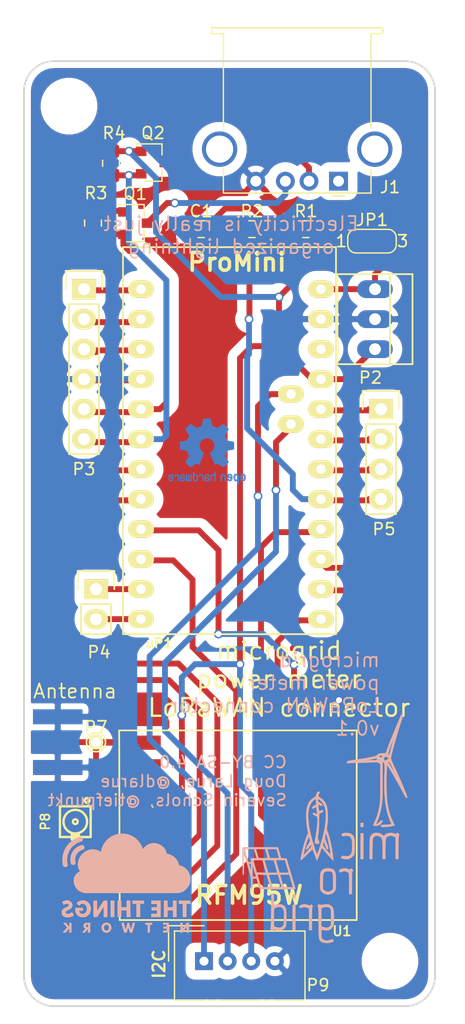
<source format=kicad_pcb>
(kicad_pcb (version 20171130) (host pcbnew "(5.1.4-0-10_14)")
  (layers (0 F.Cu signal) (31 B.Cu signal) (34 B.Paste user) (35 F.Paste user) (36 B.SilkS user) (37 F.SilkS user) (38 B.Mask user) (39 F.Mask user) (44 Edge.Cuts user))
  (net 0 "")
  (net 1 GND)
  (net 2 MISO)
  (net 3 MOSI)
  (net 4 CLK)
  (net 5 D10)
  (net 6 "Net-(U1-Pad6)")
  (net 7 D6)
  (net 8 "Net-(U1-Pad11)")
  (net 9 "Net-(U1-Pad12)")
  (net 10 +3V3)
  (net 11 D4)
  (net 12 D5)
  (net 13 D7)
  (net 14 "Net-(uP1-Pad22)")
  (net 15 Ant)
  (net 16 TX0)
  (net 17 RX1)
  (net 18 RESET)
  (net 19 D2)
  (net 20 D3)
  (net 21 D8)
  (net 22 D9)
  (net 23 A0)
  (net 24 A1)
  (net 25 A2)
  (net 26 A3)
  (net 27 SDA)
  (net 28 SCL)
  (net 29 "Net-(J1-Pad3)")
  (net 30 "Net-(J1-Pad2)")
  (net 31 "Net-(J1-Pad1)")
  (net 32 "Net-(J1-Pad5)")
  (net 33 "Net-(JP1-Pad2)")
  (net 34 VCC)
  (module Symbol:OSHW-Logo2_7.3x6mm_Copper (layer F.Cu) (at 143.51 160.528)
    (fp_text reference REF** hide)
    (fp_text value OSHW-Logo2_7.3x6mm_Copper hide)
    (fp_poly (pts (xy 0.10391 -2.757652) (xy 0.182454 -2.757222) (xy 0.239298 -2.756058) (xy 0.278105 -2.753793) (xy 0.302538 -2.75006) (xy 0.316262 -2.744494) (xy 0.32294 -2.736727) (xy 0.326236 -2.726395) (xy 0.326556 -2.725057) (xy 0.331562 -2.700921) (xy 0.340829 -2.653299) (xy 0.353392 -2.587259) (xy 0.368287 -2.507872) (xy 0.384551 -2.420204) (xy 0.385119 -2.417125) (xy 0.40141 -2.331211) (xy 0.416652 -2.255304) (xy 0.429861 -2.193955) (xy 0.440054 -2.151718) (xy 0.446248 -2.133145) (xy 0.446543 -2.132816) (xy 0.464788 -2.123747) (xy 0.502405 -2.108633) (xy 0.551271 -2.090738) (xy 0.551543 -2.090642) (xy 0.613093 -2.067507) (xy 0.685657 -2.038035) (xy 0.754057 -2.008403) (xy 0.757294 -2.006938) (xy 0.868702 -1.956374) (xy 1.115399 -2.12484) (xy 1.191077 -2.176197) (xy 1.259631 -2.222111) (xy 1.317088 -2.25997) (xy 1.359476 -2.287163) (xy 1.382825 -2.301079) (xy 1.385042 -2.302111) (xy 1.40201 -2.297516) (xy 1.433701 -2.275345) (xy 1.481352 -2.234553) (xy 1.546198 -2.174095) (xy 1.612397 -2.109773) (xy 1.676214 -2.046388) (xy 1.733329 -1.988549) (xy 1.780305 -1.939825) (xy 1.813703 -1.90379) (xy 1.830085 -1.884016) (xy 1.830694 -1.882998) (xy 1.832505 -1.869428) (xy 1.825683 -1.847267) (xy 1.80854 -1.813522) (xy 1.779393 -1.7652) (xy 1.736555 -1.699308) (xy 1.679448 -1.614483) (xy 1.628766 -1.539823) (xy 1.583461 -1.47286) (xy 1.54615 -1.417484) (xy 1.519452 -1.37758) (xy 1.505985 -1.357038) (xy 1.505137 -1.355644) (xy 1.506781 -1.335962) (xy 1.519245 -1.297707) (xy 1.540048 -1.248111) (xy 1.547462 -1.232272) (xy 1.579814 -1.16171) (xy 1.614328 -1.081647) (xy 1.642365 -1.012371) (xy 1.662568 -0.960955) (xy 1.678615 -0.921881) (xy 1.687888 -0.901459) (xy 1.689041 -0.899886) (xy 1.706096 -0.897279) (xy 1.746298 -0.890137) (xy 1.804302 -0.879477) (xy 1.874763 -0.866315) (xy 1.952335 -0.851667) (xy 2.031672 -0.836551) (xy 2.107431 -0.821982) (xy 2.174264 -0.808978) (xy 2.226828 -0.798555) (xy 2.259776 -0.79173) (xy 2.267857 -0.789801) (xy 2.276205 -0.785038) (xy 2.282506 -0.774282) (xy 2.287045 -0.753902) (xy 2.290104 -0.720266) (xy 2.291967 -0.669745) (xy 2.292918 -0.598708) (xy 2.29324 -0.503524) (xy 2.293257 -0.464508) (xy 2.293257 -0.147201) (xy 2.217057 -0.132161) (xy 2.174663 -0.124005) (xy 2.1114 -0.112101) (xy 2.034962 -0.097884) (xy 1.953043 -0.08279) (xy 1.9304 -0.078645) (xy 1.854806 -0.063947) (xy 1.788953 -0.049495) (xy 1.738366 -0.036625) (xy 1.708574 -0.026678) (xy 1.703612 -0.023713) (xy 1.691426 -0.002717) (xy 1.673953 0.037967) (xy 1.654577 0.090322) (xy 1.650734 0.1016) (xy 1.625339 0.171523) (xy 1.593817 0.250418) (xy 1.562969 0.321266) (xy 1.562817 0.321595) (xy 1.511447 0.432733) (xy 1.680399 0.681253) (xy 1.849352 0.929772) (xy 1.632429 1.147058) (xy 1.566819 1.211726) (xy 1.506979 1.268733) (xy 1.456267 1.315033) (xy 1.418046 1.347584) (xy 1.395675 1.363343) (xy 1.392466 1.364343) (xy 1.373626 1.356469) (xy 1.33518 1.334578) (xy 1.28133 1.301267) (xy 1.216276 1.259131) (xy 1.14594 1.211943) (xy 1.074555 1.16381) (xy 1.010908 1.121928) (xy 0.959041 1.088871) (xy 0.922995 1.067218) (xy 0.906867 1.059543) (xy 0.887189 1.066037) (xy 0.849875 1.08315) (xy 0.802621 1.107326) (xy 0.797612 1.110013) (xy 0.733977 1.141927) (xy 0.690341 1.157579) (xy 0.663202 1.157745) (xy 0.649057 1.143204) (xy 0.648975 1.143) (xy 0.641905 1.125779) (xy 0.625042 1.084899) (xy 0.599695 1.023525) (xy 0.567171 0.944819) (xy 0.528778 0.851947) (xy 0.485822 0.748072) (xy 0.444222 0.647502) (xy 0.398504 0.536516) (xy 0.356526 0.433703) (xy 0.319548 0.342215) (xy 0.288827 0.265201) (xy 0.265622 0.205815) (xy 0.25119 0.167209) (xy 0.246743 0.1528) (xy 0.257896 0.136272) (xy 0.287069 0.10993) (xy 0.325971 0.080887) (xy 0.436757 -0.010961) (xy 0.523351 -0.116241) (xy 0.584716 -0.232734) (xy 0.619815 -0.358224) (xy 0.627608 -0.490493) (xy 0.621943 -0.551543) (xy 0.591078 -0.678205) (xy 0.53792 -0.790059) (xy 0.465767 -0.885999) (xy 0.377917 -0.964924) (xy 0.277665 -1.02573) (xy 0.16831 -1.067313) (xy 0.053147 -1.088572) (xy -0.064525 -1.088401) (xy -0.18141 -1.065699) (xy -0.294211 -1.019362) (xy -0.399631 -0.948287) (xy -0.443632 -0.908089) (xy -0.528021 -0.804871) (xy -0.586778 -0.692075) (xy -0.620296 -0.57299) (xy -0.628965 -0.450905) (xy -0.613177 -0.329107) (xy -0.573322 -0.210884) (xy -0.509793 -0.099525) (xy -0.422979 0.001684) (xy -0.325971 0.080887) (xy -0.285563 0.111162) (xy -0.257018 0.137219) (xy -0.246743 0.152825) (xy -0.252123 0.169843) (xy -0.267425 0.2105) (xy -0.291388 0.271642) (xy -0.322756 0.350119) (xy -0.360268 0.44278) (xy -0.402667 0.546472) (xy -0.444337 0.647526) (xy -0.49031 0.758607) (xy -0.532893 0.861541) (xy -0.570779 0.953165) (xy -0.60266 1.030316) (xy -0.627229 1.089831) (xy -0.64318 1.128544) (xy -0.64909 1.143) (xy -0.663052 1.157685) (xy -0.69006 1.157642) (xy -0.733587 1.142099) (xy -0.79711 1.110284) (xy -0.797612 1.110013) (xy -0.84544 1.085323) (xy -0.884103 1.067338) (xy -0.905905 1.059614) (xy -0.906867 1.059543) (xy -0.923279 1.067378) (xy -0.959513 1.089165) (xy -1.011526 1.122328) (xy -1.075275 1.164291) (xy -1.14594 1.211943) (xy -1.217884 1.260191) (xy -1.282726 1.302151) (xy -1.336265 1.335227) (xy -1.374303 1.356821) (xy -1.392467 1.364343) (xy -1.409192 1.354457) (xy -1.44282 1.326826) (xy -1.48999 1.284495) (xy -1.547342 1.230505) (xy -1.611516 1.167899) (xy -1.632503 1.146983) (xy -1.849501 0.929623) (xy -1.684332 0.68722) (xy -1.634136 0.612781) (xy -1.590081 0.545972) (xy -1.554638 0.490665) (xy -1.530281 0.450729) (xy -1.519478 0.430036) (xy -1.519162 0.428563) (xy -1.524857 0.409058) (xy -1.540174 0.369822) (xy -1.562463 0.31743) (xy -1.578107 0.282355) (xy -1.607359 0.215201) (xy -1.634906 0.147358) (xy -1.656263 0.090034) (xy -1.662065 0.072572) (xy -1.678548 0.025938) (xy -1.69466 -0.010095) (xy -1.70351 -0.023713) (xy -1.72304 -0.032048) (xy -1.765666 -0.043863) (xy -1.825855 -0.057819) (xy -1.898078 -0.072578) (xy -1.9304 -0.078645) (xy -2.012478 -0.093727) (xy -2.091205 -0.108331) (xy -2.158891 -0.12102) (xy -2.20784 -0.130358) (xy -2.217057 -0.132161) (xy -2.293257 -0.147201) (xy -2.293257 -0.464508) (xy -2.293086 -0.568846) (xy -2.292384 -0.647787) (xy -2.290866 -0.704962) (xy -2.288251 -0.744001) (xy -2.284254 -0.768535) (xy -2.278591 -0.782195) (xy -2.27098 -0.788611) (xy -2.267857 -0.789801) (xy -2.249022 -0.79402) (xy -2.207412 -0.802438) (xy -2.14837 -0.814039) (xy -2.077243 -0.827805) (xy -1.999375 -0.84272) (xy -1.920113 -0.857768) (xy -1.844802 -0.871931) (xy -1.778787 -0.884194) (xy -1.727413 -0.893539) (xy -1.696025 -0.89895) (xy -1.689041 -0.899886) (xy -1.682715 -0.912404) (xy -1.66871 -0.945754) (xy -1.649645 -0.993623) (xy -1.642366 -1.012371) (xy -1.613004 -1.084805) (xy -1.578429 -1.16483) (xy -1.547463 -1.232272) (xy -1.524677 -1.283841) (xy -1.509518 -1.326215) (xy -1.504458 -1.352166) (xy -1.505264 -1.355644) (xy -1.515959 -1.372064) (xy -1.54038 -1.408583) (xy -1.575905 -1.461313) (xy -1.619913 -1.526365) (xy -1.669783 -1.599849) (xy -1.679644 -1.614355) (xy -1.737508 -1.700296) (xy -1.780044 -1.765739) (xy -1.808946 -1.813696) (xy -1.82591 -1.84718) (xy -1.832633 -1.869205) (xy -1.83081 -1.882783) (xy -1.830764 -1.882869) (xy -1.816414 -1.900703) (xy -1.784677 -1.935183) (xy -1.73899 -1.982732) (xy -1.682796 -2.039778) (xy -1.619532 -2.102745) (xy -1.612398 -2.109773) (xy -1.53267 -2.18698) (xy -1.471143 -2.24367) (xy -1.426579 -2.28089) (xy -1.397743 -2.299685) (xy -1.385042 -2.302111) (xy -1.366506 -2.291529) (xy -1.328039 -2.267084) (xy -1.273614 -2.231388) (xy -1.207202 -2.187053) (xy -1.132775 -2.136689) (xy -1.115399 -2.12484) (xy -0.868703 -1.956374) (xy -0.757294 -2.006938) (xy -0.689543 -2.036405) (xy -0.616817 -2.066041) (xy -0.554297 -2.08967) (xy -0.551543 -2.090642) (xy -0.50264 -2.108543) (xy -0.464943 -2.12368) (xy -0.446575 -2.13279) (xy -0.446544 -2.132816) (xy -0.440715 -2.149283) (xy -0.430808 -2.189781) (xy -0.417805 -2.249758) (xy -0.402691 -2.32466) (xy -0.386448 -2.409936) (xy -0.385119 -2.417125) (xy -0.368825 -2.504986) (xy -0.353867 -2.58474) (xy -0.341209 -2.651319) (xy -0.331814 -2.699653) (xy -0.326646 -2.724675) (xy -0.326556 -2.725057) (xy -0.323411 -2.735701) (xy -0.317296 -2.743738) (xy -0.304547 -2.749533) (xy -0.2815 -2.753453) (xy -0.244491 -2.755865) (xy -0.189856 -2.757135) (xy -0.113933 -2.757629) (xy -0.013056 -2.757714) (xy 0 -2.757714) (xy 0.10391 -2.757652)) (layer F.Cu) (width 0.01))
    (fp_poly (pts (xy 3.153595 1.966966) (xy 3.211021 2.004497) (xy 3.238719 2.038096) (xy 3.260662 2.099064) (xy 3.262405 2.147308) (xy 3.258457 2.211816) (xy 3.109686 2.276934) (xy 3.037349 2.310202) (xy 2.990084 2.336964) (xy 2.965507 2.360144) (xy 2.961237 2.382667) (xy 2.974889 2.407455) (xy 2.989943 2.423886) (xy 3.033746 2.450235) (xy 3.081389 2.452081) (xy 3.125145 2.431546) (xy 3.157289 2.390752) (xy 3.163038 2.376347) (xy 3.190576 2.331356) (xy 3.222258 2.312182) (xy 3.265714 2.295779) (xy 3.265714 2.357966) (xy 3.261872 2.400283) (xy 3.246823 2.435969) (xy 3.21528 2.476943) (xy 3.210592 2.482267) (xy 3.175506 2.51872) (xy 3.145347 2.538283) (xy 3.107615 2.547283) (xy 3.076335 2.55023) (xy 3.020385 2.550965) (xy 2.980555 2.54166) (xy 2.955708 2.527846) (xy 2.916656 2.497467) (xy 2.889625 2.464613) (xy 2.872517 2.423294) (xy 2.863238 2.367521) (xy 2.859693 2.291305) (xy 2.85941 2.252622) (xy 2.860372 2.206247) (xy 2.948007 2.206247) (xy 2.949023 2.231126) (xy 2.951556 2.2352) (xy 2.968274 2.229665) (xy 3.004249 2.215017) (xy 3.052331 2.19419) (xy 3.062386 2.189714) (xy 3.123152 2.158814) (xy 3.156632 2.131657) (xy 3.16399 2.10622) (xy 3.146391 2.080481) (xy 3.131856 2.069109) (xy 3.07941 2.046364) (xy 3.030322 2.050122) (xy 2.989227 2.077884) (xy 2.960758 2.127152) (xy 2.951631 2.166257) (xy 2.948007 2.206247) (xy 2.860372 2.206247) (xy 2.861285 2.162249) (xy 2.868196 2.095384) (xy 2.881884 2.046695) (xy 2.904096 2.010849) (xy 2.936574 1.982513) (xy 2.950733 1.973355) (xy 3.015053 1.949507) (xy 3.085473 1.948006) (xy 3.153595 1.966966)) (layer F.Cu) (width 0.01))
    (fp_poly (pts (xy 2.6526 1.958752) (xy 2.669948 1.966334) (xy 2.711356 1.999128) (xy 2.746765 2.046547) (xy 2.768664 2.097151) (xy 2.772229 2.122098) (xy 2.760279 2.156927) (xy 2.734067 2.175357) (xy 2.705964 2.186516) (xy 2.693095 2.188572) (xy 2.686829 2.173649) (xy 2.674456 2.141175) (xy 2.669028 2.126502) (xy 2.63859 2.075744) (xy 2.59452 2.050427) (xy 2.53801 2.051206) (xy 2.533825 2.052203) (xy 2.503655 2.066507) (xy 2.481476 2.094393) (xy 2.466327 2.139287) (xy 2.45725 2.204615) (xy 2.453286 2.293804) (xy 2.452914 2.341261) (xy 2.45273 2.416071) (xy 2.451522 2.467069) (xy 2.448309 2.499471) (xy 2.442109 2.518495) (xy 2.43194 2.529356) (xy 2.416819 2.537272) (xy 2.415946 2.53767) (xy 2.386828 2.549981) (xy 2.372403 2.554514) (xy 2.370186 2.540809) (xy 2.368289 2.502925) (xy 2.366847 2.445715) (xy 2.365998 2.374027) (xy 2.365829 2.321565) (xy 2.366692 2.220047) (xy 2.37007 2.143032) (xy 2.377142 2.086023) (xy 2.389088 2.044526) (xy 2.40709 2.014043) (xy 2.432327 1.99008) (xy 2.457247 1.973355) (xy 2.517171 1.951097) (xy 2.586911 1.946076) (xy 2.6526 1.958752)) (layer F.Cu) (width 0.01))
    (fp_poly (pts (xy 2.144876 1.956335) (xy 2.186667 1.975344) (xy 2.219469 1.998378) (xy 2.243503 2.024133) (xy 2.260097 2.057358) (xy 2.270577 2.1028) (xy 2.276271 2.165207) (xy 2.278507 2.249327) (xy 2.278743 2.304721) (xy 2.278743 2.520826) (xy 2.241774 2.53767) (xy 2.212656 2.549981) (xy 2.198231 2.554514) (xy 2.195472 2.541025) (xy 2.193282 2.504653) (xy 2.191942 2.451542) (xy 2.191657 2.409372) (xy 2.190434 2.348447) (xy 2.187136 2.300115) (xy 2.182321 2.270518) (xy 2.178496 2.264229) (xy 2.152783 2.270652) (xy 2.112418 2.287125) (xy 2.065679 2.309458) (xy 2.020845 2.333457) (xy 1.986193 2.35493) (xy 1.970002 2.369685) (xy 1.969938 2.369845) (xy 1.97133 2.397152) (xy 1.983818 2.423219) (xy 2.005743 2.444392) (xy 2.037743 2.451474) (xy 2.065092 2.450649) (xy 2.103826 2.450042) (xy 2.124158 2.459116) (xy 2.136369 2.483092) (xy 2.137909 2.487613) (xy 2.143203 2.521806) (xy 2.129047 2.542568) (xy 2.092148 2.552462) (xy 2.052289 2.554292) (xy 1.980562 2.540727) (xy 1.943432 2.521355) (xy 1.897576 2.475845) (xy 1.873256 2.419983) (xy 1.871073 2.360957) (xy 1.891629 2.305953) (xy 1.922549 2.271486) (xy 1.95342 2.252189) (xy 2.001942 2.227759) (xy 2.058485 2.202985) (xy 2.06791 2.199199) (xy 2.130019 2.171791) (xy 2.165822 2.147634) (xy 2.177337 2.123619) (xy 2.16658 2.096635) (xy 2.148114 2.075543) (xy 2.104469 2.049572) (xy 2.056446 2.047624) (xy 2.012406 2.067637) (xy 1.980709 2.107551) (xy 1.976549 2.117848) (xy 1.952327 2.155724) (xy 1.916965 2.183842) (xy 1.872343 2.206917) (xy 1.872343 2.141485) (xy 1.874969 2.101506) (xy 1.88623 2.069997) (xy 1.911199 2.036378) (xy 1.935169 2.010484) (xy 1.972441 1.973817) (xy 2.001401 1.954121) (xy 2.032505 1.94622) (xy 2.067713 1.944914) (xy 2.144876 1.956335)) (layer F.Cu) (width 0.01))
    (fp_poly (pts (xy 1.779833 1.958663) (xy 1.782048 1.99685) (xy 1.783784 2.054886) (xy 1.784899 2.12818) (xy 1.785257 2.205055) (xy 1.785257 2.465196) (xy 1.739326 2.511127) (xy 1.707675 2.539429) (xy 1.67989 2.550893) (xy 1.641915 2.550168) (xy 1.62684 2.548321) (xy 1.579726 2.542948) (xy 1.540756 2.539869) (xy 1.531257 2.539585) (xy 1.499233 2.541445) (xy 1.453432 2.546114) (xy 1.435674 2.548321) (xy 1.392057 2.551735) (xy 1.362745 2.54432) (xy 1.33368 2.521427) (xy 1.323188 2.511127) (xy 1.277257 2.465196) (xy 1.277257 1.978602) (xy 1.314226 1.961758) (xy 1.346059 1.949282) (xy 1.364683 1.944914) (xy 1.369458 1.958718) (xy 1.373921 1.997286) (xy 1.377775 2.056356) (xy 1.380722 2.131663) (xy 1.382143 2.195286) (xy 1.386114 2.445657) (xy 1.420759 2.450556) (xy 1.452268 2.447131) (xy 1.467708 2.436041) (xy 1.472023 2.415308) (xy 1.475708 2.371145) (xy 1.478469 2.309146) (xy 1.480012 2.234909) (xy 1.480235 2.196706) (xy 1.480457 1.976783) (xy 1.526166 1.960849) (xy 1.558518 1.950015) (xy 1.576115 1.944962) (xy 1.576623 1.944914) (xy 1.578388 1.958648) (xy 1.580329 1.99673) (xy 1.582282 2.054482) (xy 1.584084 2.127227) (xy 1.585343 2.195286) (xy 1.589314 2.445657) (xy 1.6764 2.445657) (xy 1.680396 2.21724) (xy 1.684392 1.988822) (xy 1.726847 1.966868) (xy 1.758192 1.951793) (xy 1.776744 1.944951) (xy 1.777279 1.944914) (xy 1.779833 1.958663)) (layer F.Cu) (width 0.01))
    (fp_poly (pts (xy 1.190117 2.065358) (xy 1.189933 2.173837) (xy 1.189219 2.257287) (xy 1.187675 2.319704) (xy 1.185001 2.365085) (xy 1.180894 2.397429) (xy 1.175055 2.420733) (xy 1.167182 2.438995) (xy 1.161221 2.449418) (xy 1.111855 2.505945) (xy 1.049264 2.541377) (xy 0.980013 2.55409) (xy 0.910668 2.542463) (xy 0.869375 2.521568) (xy 0.826025 2.485422) (xy 0.796481 2.441276) (xy 0.778655 2.383462) (xy 0.770463 2.306313) (xy 0.769302 2.249714) (xy 0.769458 2.245647) (xy 0.870857 2.245647) (xy 0.871476 2.31055) (xy 0.874314 2.353514) (xy 0.88084 2.381622) (xy 0.892523 2.401953) (xy 0.906483 2.417288) (xy 0.953365 2.44689) (xy 1.003701 2.449419) (xy 1.051276 2.424705) (xy 1.054979 2.421356) (xy 1.070783 2.403935) (xy 1.080693 2.383209) (xy 1.086058 2.352362) (xy 1.088228 2.304577) (xy 1.088571 2.251748) (xy 1.087827 2.185381) (xy 1.084748 2.141106) (xy 1.078061 2.112009) (xy 1.066496 2.091173) (xy 1.057013 2.080107) (xy 1.01296 2.052198) (xy 0.962224 2.048843) (xy 0.913796 2.070159) (xy 0.90445 2.078073) (xy 0.88854 2.095647) (xy 0.87861 2.116587) (xy 0.873278 2.147782) (xy 0.871163 2.196122) (xy 0.870857 2.245647) (xy 0.769458 2.245647) (xy 0.77281 2.158568) (xy 0.784726 2.090086) (xy 0.807135 2.0386) (xy 0.842124 1.998443) (xy 0.869375 1.977861) (xy 0.918907 1.955625) (xy 0.976316 1.945304) (xy 1.029682 1.948067) (xy 1.059543 1.959212) (xy 1.071261 1.962383) (xy 1.079037 1.950557) (xy 1.084465 1.918866) (xy 1.088571 1.870593) (xy 1.093067 1.816829) (xy 1.099313 1.784482) (xy 1.110676 1.765985) (xy 1.130528 1.75377) (xy 1.143 1.748362) (xy 1.190171 1.728601) (xy 1.190117 2.065358)) (layer F.Cu) (width 0.01))
    (fp_poly (pts (xy 0.529926 1.949755) (xy 0.595858 1.974084) (xy 0.649273 2.017117) (xy 0.670164 2.047409) (xy 0.692939 2.102994) (xy 0.692466 2.143186) (xy 0.668562 2.170217) (xy 0.659717 2.174813) (xy 0.62153 2.189144) (xy 0.602028 2.185472) (xy 0.595422 2.161407) (xy 0.595086 2.148114) (xy 0.582992 2.09921) (xy 0.551471 2.064999) (xy 0.507659 2.048476) (xy 0.458695 2.052634) (xy 0.418894 2.074227) (xy 0.40545 2.086544) (xy 0.395921 2.101487) (xy 0.389485 2.124075) (xy 0.385317 2.159328) (xy 0.382597 2.212266) (xy 0.380502 2.287907) (xy 0.37996 2.311857) (xy 0.377981 2.39379) (xy 0.375731 2.451455) (xy 0.372357 2.489608) (xy 0.367006 2.513004) (xy 0.358824 2.526398) (xy 0.346959 2.534545) (xy 0.339362 2.538144) (xy 0.307102 2.550452) (xy 0.288111 2.554514) (xy 0.281836 2.540948) (xy 0.278006 2.499934) (xy 0.2766 2.430999) (xy 0.277598 2.333669) (xy 0.277908 2.318657) (xy 0.280101 2.229859) (xy 0.282693 2.165019) (xy 0.286382 2.119067) (xy 0.291864 2.086935) (xy 0.299835 2.063553) (xy 0.310993 2.043852) (xy 0.31683 2.03541) (xy 0.350296 1.998057) (xy 0.387727 1.969003) (xy 0.392309 1.966467) (xy 0.459426 1.946443) (xy 0.529926 1.949755)) (layer F.Cu) (width 0.01))
    (fp_poly (pts (xy 0.039744 1.950968) (xy 0.096616 1.972087) (xy 0.097267 1.972493) (xy 0.13244 1.99838) (xy 0.158407 2.028633) (xy 0.17667 2.068058) (xy 0.188732 2.121462) (xy 0.196096 2.193651) (xy 0.200264 2.289432) (xy 0.200629 2.303078) (xy 0.205876 2.508842) (xy 0.161716 2.531678) (xy 0.129763 2.54711) (xy 0.11047 2.554423) (xy 0.109578 2.554514) (xy 0.106239 2.541022) (xy 0.103587 2.504626) (xy 0.101956 2.451452) (xy 0.1016 2.408393) (xy 0.101592 2.338641) (xy 0.098403 2.294837) (xy 0.087288 2.273944) (xy 0.063501 2.272925) (xy 0.022296 2.288741) (xy -0.039914 2.317815) (xy -0.085659 2.341963) (xy -0.109187 2.362913) (xy -0.116104 2.385747) (xy -0.116114 2.386877) (xy -0.104701 2.426212) (xy -0.070908 2.447462) (xy -0.019191 2.450539) (xy 0.018061 2.450006) (xy 0.037703 2.460735) (xy 0.049952 2.486505) (xy 0.057002 2.519337) (xy 0.046842 2.537966) (xy 0.043017 2.540632) (xy 0.007001 2.55134) (xy -0.043434 2.552856) (xy -0.095374 2.545759) (xy -0.132178 2.532788) (xy -0.183062 2.489585) (xy -0.211986 2.429446) (xy -0.217714 2.382462) (xy -0.213343 2.340082) (xy -0.197525 2.305488) (xy -0.166203 2.274763) (xy -0.115322 2.24399) (xy -0.040824 2.209252) (xy -0.036286 2.207288) (xy 0.030821 2.176287) (xy 0.072232 2.150862) (xy 0.089981 2.128014) (xy 0.086107 2.104745) (xy 0.062643 2.078056) (xy 0.055627 2.071914) (xy 0.00863 2.0481) (xy -0.040067 2.049103) (xy -0.082478 2.072451) (xy -0.110616 2.115675) (xy -0.113231 2.12416) (xy -0.138692 2.165308) (xy -0.170999 2.185128) (xy -0.217714 2.20477) (xy -0.217714 2.15395) (xy -0.203504 2.080082) (xy -0.161325 2.012327) (xy -0.139376 1.989661) (xy -0.089483 1.960569) (xy -0.026033 1.9474) (xy 0.039744 1.950968)) (layer F.Cu) (width 0.01))
    (fp_poly (pts (xy -0.624114 1.851289) (xy -0.619861 1.910613) (xy -0.614975 1.945572) (xy -0.608205 1.96082) (xy -0.598298 1.961015) (xy -0.595086 1.959195) (xy -0.552356 1.946015) (xy -0.496773 1.946785) (xy -0.440263 1.960333) (xy -0.404918 1.977861) (xy -0.368679 2.005861) (xy -0.342187 2.037549) (xy -0.324001 2.077813) (xy -0.312678 2.131543) (xy -0.306778 2.203626) (xy -0.304857 2.298951) (xy -0.304823 2.317237) (xy -0.3048 2.522646) (xy -0.350509 2.53858) (xy -0.382973 2.54942) (xy -0.400785 2.554468) (xy -0.401309 2.554514) (xy -0.403063 2.540828) (xy -0.404556 2.503076) (xy -0.405674 2.446224) (xy -0.406303 2.375234) (xy -0.4064 2.332073) (xy -0.406602 2.246973) (xy -0.407642 2.185981) (xy -0.410169 2.144177) (xy -0.414836 2.116642) (xy -0.422293 2.098456) (xy -0.433189 2.084698) (xy -0.439993 2.078073) (xy -0.486728 2.051375) (xy -0.537728 2.049375) (xy -0.583999 2.071955) (xy -0.592556 2.080107) (xy -0.605107 2.095436) (xy -0.613812 2.113618) (xy -0.619369 2.139909) (xy -0.622474 2.179562) (xy -0.623824 2.237832) (xy -0.624114 2.318173) (xy -0.624114 2.522646) (xy -0.669823 2.53858) (xy -0.702287 2.54942) (xy -0.720099 2.554468) (xy -0.720623 2.554514) (xy -0.721963 2.540623) (xy -0.723172 2.501439) (xy -0.724199 2.4407) (xy -0.724998 2.362141) (xy -0.725519 2.269498) (xy -0.725714 2.166509) (xy -0.725714 1.769342) (xy -0.678543 1.749444) (xy -0.631371 1.729547) (xy -0.624114 1.851289)) (layer F.Cu) (width 0.01))
    (fp_poly (pts (xy -1.831697 1.931239) (xy -1.774473 1.969735) (xy -1.730251 2.025335) (xy -1.703833 2.096086) (xy -1.69849 2.148162) (xy -1.699097 2.169893) (xy -1.704178 2.186531) (xy -1.718145 2.201437) (xy -1.745411 2.217973) (xy -1.790388 2.239498) (xy -1.857489 2.269374) (xy -1.857829 2.269524) (xy -1.919593 2.297813) (xy -1.970241 2.322933) (xy -2.004596 2.342179) (xy -2.017482 2.352848) (xy -2.017486 2.352934) (xy -2.006128 2.376166) (xy -1.979569 2.401774) (xy -1.949077 2.420221) (xy -1.93363 2.423886) (xy -1.891485 2.411212) (xy -1.855192 2.379471) (xy -1.837483 2.344572) (xy -1.820448 2.318845) (xy -1.787078 2.289546) (xy -1.747851 2.264235) (xy -1.713244 2.250471) (xy -1.706007 2.249714) (xy -1.697861 2.26216) (xy -1.69737 2.293972) (xy -1.703357 2.336866) (xy -1.714643 2.382558) (xy -1.73005 2.422761) (xy -1.730829 2.424322) (xy -1.777196 2.489062) (xy -1.837289 2.533097) (xy -1.905535 2.554711) (xy -1.976362 2.552185) (xy -2.044196 2.523804) (xy -2.047212 2.521808) (xy -2.100573 2.473448) (xy -2.13566 2.410352) (xy -2.155078 2.327387) (xy -2.157684 2.304078) (xy -2.162299 2.194055) (xy -2.156767 2.142748) (xy -2.017486 2.142748) (xy -2.015676 2.174753) (xy -2.005778 2.184093) (xy -1.981102 2.177105) (xy -1.942205 2.160587) (xy -1.898725 2.139881) (xy -1.897644 2.139333) (xy -1.860791 2.119949) (xy -1.846 2.107013) (xy -1.849647 2.093451) (xy -1.865005 2.075632) (xy -1.904077 2.049845) (xy -1.946154 2.04795) (xy -1.983897 2.066717) (xy -2.009966 2.102915) (xy -2.017486 2.142748) (xy -2.156767 2.142748) (xy -2.152806 2.106027) (xy -2.12845 2.036212) (xy -2.094544 1.987302) (xy -2.033347 1.937878) (xy -1.965937 1.913359) (xy -1.89712 1.911797) (xy -1.831697 1.931239)) (layer F.Cu) (width 0.01))
    (fp_poly (pts (xy -2.958885 1.921962) (xy -2.890855 1.957733) (xy -2.840649 2.015301) (xy -2.822815 2.052312) (xy -2.808937 2.107882) (xy -2.801833 2.178096) (xy -2.80116 2.254727) (xy -2.806573 2.329552) (xy -2.81773 2.394342) (xy -2.834286 2.440873) (xy -2.839374 2.448887) (xy -2.899645 2.508707) (xy -2.971231 2.544535) (xy -3.048908 2.55502) (xy -3.127452 2.53881) (xy -3.149311 2.529092) (xy -3.191878 2.499143) (xy -3.229237 2.459433) (xy -3.232768 2.454397) (xy -3.247119 2.430124) (xy -3.256606 2.404178) (xy -3.26221 2.370022) (xy -3.264914 2.321119) (xy -3.265701 2.250935) (xy -3.265714 2.2352) (xy -3.265678 2.230192) (xy -3.120571 2.230192) (xy -3.119727 2.29643) (xy -3.116404 2.340386) (xy -3.109417 2.368779) (xy -3.097584 2.388325) (xy -3.091543 2.394857) (xy -3.056814 2.41968) (xy -3.023097 2.418548) (xy -2.989005 2.397016) (xy -2.968671 2.374029) (xy -2.956629 2.340478) (xy -2.949866 2.287569) (xy -2.949402 2.281399) (xy -2.948248 2.185513) (xy -2.960312 2.114299) (xy -2.98543 2.068194) (xy -3.02344 2.047635) (xy -3.037008 2.046514) (xy -3.072636 2.052152) (xy -3.097006 2.071686) (xy -3.111907 2.109042) (xy -3.119125 2.16815) (xy -3.120571 2.230192) (xy -3.265678 2.230192) (xy -3.265174 2.160413) (xy -3.262904 2.108159) (xy -3.257932 2.071949) (xy -3.249287 2.045299) (xy -3.235995 2.021722) (xy -3.233057 2.017338) (xy -3.183687 1.958249) (xy -3.129891 1.923947) (xy -3.064398 1.910331) (xy -3.042158 1.909665) (xy -2.958885 1.921962)) (layer F.Cu) (width 0.01))
    (fp_poly (pts (xy -1.283907 1.92778) (xy -1.237328 1.954723) (xy -1.204943 1.981466) (xy -1.181258 2.009484) (xy -1.164941 2.043748) (xy -1.154661 2.089227) (xy -1.149086 2.150892) (xy -1.146884 2.233711) (xy -1.146629 2.293246) (xy -1.146629 2.512391) (xy -1.208314 2.540044) (xy -1.27 2.567697) (xy -1.277257 2.32767) (xy -1.280256 2.238028) (xy -1.283402 2.172962) (xy -1.287299 2.128026) (xy -1.292553 2.09877) (xy -1.299769 2.080748) (xy -1.30955 2.069511) (xy -1.312688 2.067079) (xy -1.360239 2.048083) (xy -1.408303 2.0556) (xy -1.436914 2.075543) (xy -1.448553 2.089675) (xy -1.456609 2.10822) (xy -1.461729 2.136334) (xy -1.464559 2.179173) (xy -1.465744 2.241895) (xy -1.465943 2.307261) (xy -1.465982 2.389268) (xy -1.467386 2.447316) (xy -1.472086 2.486465) (xy -1.482013 2.51178) (xy -1.499097 2.528323) (xy -1.525268 2.541156) (xy -1.560225 2.554491) (xy -1.598404 2.569007) (xy -1.593859 2.311389) (xy -1.592029 2.218519) (xy -1.589888 2.149889) (xy -1.586819 2.100711) (xy -1.582206 2.066198) (xy -1.575432 2.041562) (xy -1.565881 2.022016) (xy -1.554366 2.00477) (xy -1.49881 1.94968) (xy -1.43102 1.917822) (xy -1.357287 1.910191) (xy -1.283907 1.92778)) (layer F.Cu) (width 0.01))
    (fp_poly (pts (xy -2.400256 1.919918) (xy -2.344799 1.947568) (xy -2.295852 1.99848) (xy -2.282371 2.017338) (xy -2.267686 2.042015) (xy -2.258158 2.068816) (xy -2.252707 2.104587) (xy -2.250253 2.156169) (xy -2.249714 2.224267) (xy -2.252148 2.317588) (xy -2.260606 2.387657) (xy -2.276826 2.439931) (xy -2.302546 2.479869) (xy -2.339503 2.512929) (xy -2.342218 2.514886) (xy -2.37864 2.534908) (xy -2.422498 2.544815) (xy -2.478276 2.547257) (xy -2.568952 2.547257) (xy -2.56899 2.635283) (xy -2.569834 2.684308) (xy -2.574976 2.713065) (xy -2.588413 2.730311) (xy -2.614142 2.744808) (xy -2.620321 2.747769) (xy -2.649236 2.761648) (xy -2.671624 2.770414) (xy -2.688271 2.771171) (xy -2.699964 2.761023) (xy -2.70749 2.737073) (xy -2.711634 2.696426) (xy -2.713185 2.636186) (xy -2.712929 2.553455) (xy -2.711651 2.445339) (xy -2.711252 2.413) (xy -2.709815 2.301524) (xy -2.708528 2.228603) (xy -2.569029 2.228603) (xy -2.568245 2.290499) (xy -2.56476 2.330997) (xy -2.556876 2.357708) (xy -2.542895 2.378244) (xy -2.533403 2.38826) (xy -2.494596 2.417567) (xy -2.460237 2.419952) (xy -2.424784 2.39575) (xy -2.423886 2.394857) (xy -2.409461 2.376153) (xy -2.400687 2.350732) (xy -2.396261 2.311584) (xy -2.394882 2.251697) (xy -2.394857 2.23843) (xy -2.398188 2.155901) (xy -2.409031 2.098691) (xy -2.42866 2.063766) (xy -2.45835 2.048094) (xy -2.475509 2.046514) (xy -2.516234 2.053926) (xy -2.544168 2.07833) (xy -2.560983 2.12298) (xy -2.56835 2.19113) (xy -2.569029 2.228603) (xy -2.708528 2.228603) (xy -2.708292 2.215245) (xy -2.706323 2.150333) (xy -2.70355 2.102958) (xy -2.699612 2.06929) (xy -2.694151 2.045498) (xy -2.686808 2.027753) (xy -2.677223 2.012224) (xy -2.673113 2.006381) (xy -2.618595 1.951185) (xy -2.549664 1.91989) (xy -2.469928 1.911165) (xy -2.400256 1.919918)) (layer F.Cu) (width 0.01))
  )
  (module Symbol:OSHW-Logo2_7.3x6mm_Copper (layer B.Cu) (at 153.924 118.618 180)
    (fp_text reference REF** hide)
    (fp_text value OSHW-Logo2_7.3x6mm_Copper hide)
    (fp_poly (pts (xy 0.10391 2.757652) (xy 0.182454 2.757222) (xy 0.239298 2.756058) (xy 0.278105 2.753793) (xy 0.302538 2.75006) (xy 0.316262 2.744494) (xy 0.32294 2.736727) (xy 0.326236 2.726395) (xy 0.326556 2.725057) (xy 0.331562 2.700921) (xy 0.340829 2.653299) (xy 0.353392 2.587259) (xy 0.368287 2.507872) (xy 0.384551 2.420204) (xy 0.385119 2.417125) (xy 0.40141 2.331211) (xy 0.416652 2.255304) (xy 0.429861 2.193955) (xy 0.440054 2.151718) (xy 0.446248 2.133145) (xy 0.446543 2.132816) (xy 0.464788 2.123747) (xy 0.502405 2.108633) (xy 0.551271 2.090738) (xy 0.551543 2.090642) (xy 0.613093 2.067507) (xy 0.685657 2.038035) (xy 0.754057 2.008403) (xy 0.757294 2.006938) (xy 0.868702 1.956374) (xy 1.115399 2.12484) (xy 1.191077 2.176197) (xy 1.259631 2.222111) (xy 1.317088 2.25997) (xy 1.359476 2.287163) (xy 1.382825 2.301079) (xy 1.385042 2.302111) (xy 1.40201 2.297516) (xy 1.433701 2.275345) (xy 1.481352 2.234553) (xy 1.546198 2.174095) (xy 1.612397 2.109773) (xy 1.676214 2.046388) (xy 1.733329 1.988549) (xy 1.780305 1.939825) (xy 1.813703 1.90379) (xy 1.830085 1.884016) (xy 1.830694 1.882998) (xy 1.832505 1.869428) (xy 1.825683 1.847267) (xy 1.80854 1.813522) (xy 1.779393 1.7652) (xy 1.736555 1.699308) (xy 1.679448 1.614483) (xy 1.628766 1.539823) (xy 1.583461 1.47286) (xy 1.54615 1.417484) (xy 1.519452 1.37758) (xy 1.505985 1.357038) (xy 1.505137 1.355644) (xy 1.506781 1.335962) (xy 1.519245 1.297707) (xy 1.540048 1.248111) (xy 1.547462 1.232272) (xy 1.579814 1.16171) (xy 1.614328 1.081647) (xy 1.642365 1.012371) (xy 1.662568 0.960955) (xy 1.678615 0.921881) (xy 1.687888 0.901459) (xy 1.689041 0.899886) (xy 1.706096 0.897279) (xy 1.746298 0.890137) (xy 1.804302 0.879477) (xy 1.874763 0.866315) (xy 1.952335 0.851667) (xy 2.031672 0.836551) (xy 2.107431 0.821982) (xy 2.174264 0.808978) (xy 2.226828 0.798555) (xy 2.259776 0.79173) (xy 2.267857 0.789801) (xy 2.276205 0.785038) (xy 2.282506 0.774282) (xy 2.287045 0.753902) (xy 2.290104 0.720266) (xy 2.291967 0.669745) (xy 2.292918 0.598708) (xy 2.29324 0.503524) (xy 2.293257 0.464508) (xy 2.293257 0.147201) (xy 2.217057 0.132161) (xy 2.174663 0.124005) (xy 2.1114 0.112101) (xy 2.034962 0.097884) (xy 1.953043 0.08279) (xy 1.9304 0.078645) (xy 1.854806 0.063947) (xy 1.788953 0.049495) (xy 1.738366 0.036625) (xy 1.708574 0.026678) (xy 1.703612 0.023713) (xy 1.691426 0.002717) (xy 1.673953 -0.037967) (xy 1.654577 -0.090322) (xy 1.650734 -0.1016) (xy 1.625339 -0.171523) (xy 1.593817 -0.250418) (xy 1.562969 -0.321266) (xy 1.562817 -0.321595) (xy 1.511447 -0.432733) (xy 1.680399 -0.681253) (xy 1.849352 -0.929772) (xy 1.632429 -1.147058) (xy 1.566819 -1.211726) (xy 1.506979 -1.268733) (xy 1.456267 -1.315033) (xy 1.418046 -1.347584) (xy 1.395675 -1.363343) (xy 1.392466 -1.364343) (xy 1.373626 -1.356469) (xy 1.33518 -1.334578) (xy 1.28133 -1.301267) (xy 1.216276 -1.259131) (xy 1.14594 -1.211943) (xy 1.074555 -1.16381) (xy 1.010908 -1.121928) (xy 0.959041 -1.088871) (xy 0.922995 -1.067218) (xy 0.906867 -1.059543) (xy 0.887189 -1.066037) (xy 0.849875 -1.08315) (xy 0.802621 -1.107326) (xy 0.797612 -1.110013) (xy 0.733977 -1.141927) (xy 0.690341 -1.157579) (xy 0.663202 -1.157745) (xy 0.649057 -1.143204) (xy 0.648975 -1.143) (xy 0.641905 -1.125779) (xy 0.625042 -1.084899) (xy 0.599695 -1.023525) (xy 0.567171 -0.944819) (xy 0.528778 -0.851947) (xy 0.485822 -0.748072) (xy 0.444222 -0.647502) (xy 0.398504 -0.536516) (xy 0.356526 -0.433703) (xy 0.319548 -0.342215) (xy 0.288827 -0.265201) (xy 0.265622 -0.205815) (xy 0.25119 -0.167209) (xy 0.246743 -0.1528) (xy 0.257896 -0.136272) (xy 0.287069 -0.10993) (xy 0.325971 -0.080887) (xy 0.436757 0.010961) (xy 0.523351 0.116241) (xy 0.584716 0.232734) (xy 0.619815 0.358224) (xy 0.627608 0.490493) (xy 0.621943 0.551543) (xy 0.591078 0.678205) (xy 0.53792 0.790059) (xy 0.465767 0.885999) (xy 0.377917 0.964924) (xy 0.277665 1.02573) (xy 0.16831 1.067313) (xy 0.053147 1.088572) (xy -0.064525 1.088401) (xy -0.18141 1.065699) (xy -0.294211 1.019362) (xy -0.399631 0.948287) (xy -0.443632 0.908089) (xy -0.528021 0.804871) (xy -0.586778 0.692075) (xy -0.620296 0.57299) (xy -0.628965 0.450905) (xy -0.613177 0.329107) (xy -0.573322 0.210884) (xy -0.509793 0.099525) (xy -0.422979 -0.001684) (xy -0.325971 -0.080887) (xy -0.285563 -0.111162) (xy -0.257018 -0.137219) (xy -0.246743 -0.152825) (xy -0.252123 -0.169843) (xy -0.267425 -0.2105) (xy -0.291388 -0.271642) (xy -0.322756 -0.350119) (xy -0.360268 -0.44278) (xy -0.402667 -0.546472) (xy -0.444337 -0.647526) (xy -0.49031 -0.758607) (xy -0.532893 -0.861541) (xy -0.570779 -0.953165) (xy -0.60266 -1.030316) (xy -0.627229 -1.089831) (xy -0.64318 -1.128544) (xy -0.64909 -1.143) (xy -0.663052 -1.157685) (xy -0.69006 -1.157642) (xy -0.733587 -1.142099) (xy -0.79711 -1.110284) (xy -0.797612 -1.110013) (xy -0.84544 -1.085323) (xy -0.884103 -1.067338) (xy -0.905905 -1.059614) (xy -0.906867 -1.059543) (xy -0.923279 -1.067378) (xy -0.959513 -1.089165) (xy -1.011526 -1.122328) (xy -1.075275 -1.164291) (xy -1.14594 -1.211943) (xy -1.217884 -1.260191) (xy -1.282726 -1.302151) (xy -1.336265 -1.335227) (xy -1.374303 -1.356821) (xy -1.392467 -1.364343) (xy -1.409192 -1.354457) (xy -1.44282 -1.326826) (xy -1.48999 -1.284495) (xy -1.547342 -1.230505) (xy -1.611516 -1.167899) (xy -1.632503 -1.146983) (xy -1.849501 -0.929623) (xy -1.684332 -0.68722) (xy -1.634136 -0.612781) (xy -1.590081 -0.545972) (xy -1.554638 -0.490665) (xy -1.530281 -0.450729) (xy -1.519478 -0.430036) (xy -1.519162 -0.428563) (xy -1.524857 -0.409058) (xy -1.540174 -0.369822) (xy -1.562463 -0.31743) (xy -1.578107 -0.282355) (xy -1.607359 -0.215201) (xy -1.634906 -0.147358) (xy -1.656263 -0.090034) (xy -1.662065 -0.072572) (xy -1.678548 -0.025938) (xy -1.69466 0.010095) (xy -1.70351 0.023713) (xy -1.72304 0.032048) (xy -1.765666 0.043863) (xy -1.825855 0.057819) (xy -1.898078 0.072578) (xy -1.9304 0.078645) (xy -2.012478 0.093727) (xy -2.091205 0.108331) (xy -2.158891 0.12102) (xy -2.20784 0.130358) (xy -2.217057 0.132161) (xy -2.293257 0.147201) (xy -2.293257 0.464508) (xy -2.293086 0.568846) (xy -2.292384 0.647787) (xy -2.290866 0.704962) (xy -2.288251 0.744001) (xy -2.284254 0.768535) (xy -2.278591 0.782195) (xy -2.27098 0.788611) (xy -2.267857 0.789801) (xy -2.249022 0.79402) (xy -2.207412 0.802438) (xy -2.14837 0.814039) (xy -2.077243 0.827805) (xy -1.999375 0.84272) (xy -1.920113 0.857768) (xy -1.844802 0.871931) (xy -1.778787 0.884194) (xy -1.727413 0.893539) (xy -1.696025 0.89895) (xy -1.689041 0.899886) (xy -1.682715 0.912404) (xy -1.66871 0.945754) (xy -1.649645 0.993623) (xy -1.642366 1.012371) (xy -1.613004 1.084805) (xy -1.578429 1.16483) (xy -1.547463 1.232272) (xy -1.524677 1.283841) (xy -1.509518 1.326215) (xy -1.504458 1.352166) (xy -1.505264 1.355644) (xy -1.515959 1.372064) (xy -1.54038 1.408583) (xy -1.575905 1.461313) (xy -1.619913 1.526365) (xy -1.669783 1.599849) (xy -1.679644 1.614355) (xy -1.737508 1.700296) (xy -1.780044 1.765739) (xy -1.808946 1.813696) (xy -1.82591 1.84718) (xy -1.832633 1.869205) (xy -1.83081 1.882783) (xy -1.830764 1.882869) (xy -1.816414 1.900703) (xy -1.784677 1.935183) (xy -1.73899 1.982732) (xy -1.682796 2.039778) (xy -1.619532 2.102745) (xy -1.612398 2.109773) (xy -1.53267 2.18698) (xy -1.471143 2.24367) (xy -1.426579 2.28089) (xy -1.397743 2.299685) (xy -1.385042 2.302111) (xy -1.366506 2.291529) (xy -1.328039 2.267084) (xy -1.273614 2.231388) (xy -1.207202 2.187053) (xy -1.132775 2.136689) (xy -1.115399 2.12484) (xy -0.868703 1.956374) (xy -0.757294 2.006938) (xy -0.689543 2.036405) (xy -0.616817 2.066041) (xy -0.554297 2.08967) (xy -0.551543 2.090642) (xy -0.50264 2.108543) (xy -0.464943 2.12368) (xy -0.446575 2.13279) (xy -0.446544 2.132816) (xy -0.440715 2.149283) (xy -0.430808 2.189781) (xy -0.417805 2.249758) (xy -0.402691 2.32466) (xy -0.386448 2.409936) (xy -0.385119 2.417125) (xy -0.368825 2.504986) (xy -0.353867 2.58474) (xy -0.341209 2.651319) (xy -0.331814 2.699653) (xy -0.326646 2.724675) (xy -0.326556 2.725057) (xy -0.323411 2.735701) (xy -0.317296 2.743738) (xy -0.304547 2.749533) (xy -0.2815 2.753453) (xy -0.244491 2.755865) (xy -0.189856 2.757135) (xy -0.113933 2.757629) (xy -0.013056 2.757714) (xy 0 2.757714) (xy 0.10391 2.757652)) (layer B.Cu) (width 0.01))
    (fp_poly (pts (xy 3.153595 -1.966966) (xy 3.211021 -2.004497) (xy 3.238719 -2.038096) (xy 3.260662 -2.099064) (xy 3.262405 -2.147308) (xy 3.258457 -2.211816) (xy 3.109686 -2.276934) (xy 3.037349 -2.310202) (xy 2.990084 -2.336964) (xy 2.965507 -2.360144) (xy 2.961237 -2.382667) (xy 2.974889 -2.407455) (xy 2.989943 -2.423886) (xy 3.033746 -2.450235) (xy 3.081389 -2.452081) (xy 3.125145 -2.431546) (xy 3.157289 -2.390752) (xy 3.163038 -2.376347) (xy 3.190576 -2.331356) (xy 3.222258 -2.312182) (xy 3.265714 -2.295779) (xy 3.265714 -2.357966) (xy 3.261872 -2.400283) (xy 3.246823 -2.435969) (xy 3.21528 -2.476943) (xy 3.210592 -2.482267) (xy 3.175506 -2.51872) (xy 3.145347 -2.538283) (xy 3.107615 -2.547283) (xy 3.076335 -2.55023) (xy 3.020385 -2.550965) (xy 2.980555 -2.54166) (xy 2.955708 -2.527846) (xy 2.916656 -2.497467) (xy 2.889625 -2.464613) (xy 2.872517 -2.423294) (xy 2.863238 -2.367521) (xy 2.859693 -2.291305) (xy 2.85941 -2.252622) (xy 2.860372 -2.206247) (xy 2.948007 -2.206247) (xy 2.949023 -2.231126) (xy 2.951556 -2.2352) (xy 2.968274 -2.229665) (xy 3.004249 -2.215017) (xy 3.052331 -2.19419) (xy 3.062386 -2.189714) (xy 3.123152 -2.158814) (xy 3.156632 -2.131657) (xy 3.16399 -2.10622) (xy 3.146391 -2.080481) (xy 3.131856 -2.069109) (xy 3.07941 -2.046364) (xy 3.030322 -2.050122) (xy 2.989227 -2.077884) (xy 2.960758 -2.127152) (xy 2.951631 -2.166257) (xy 2.948007 -2.206247) (xy 2.860372 -2.206247) (xy 2.861285 -2.162249) (xy 2.868196 -2.095384) (xy 2.881884 -2.046695) (xy 2.904096 -2.010849) (xy 2.936574 -1.982513) (xy 2.950733 -1.973355) (xy 3.015053 -1.949507) (xy 3.085473 -1.948006) (xy 3.153595 -1.966966)) (layer B.Cu) (width 0.01))
    (fp_poly (pts (xy 2.6526 -1.958752) (xy 2.669948 -1.966334) (xy 2.711356 -1.999128) (xy 2.746765 -2.046547) (xy 2.768664 -2.097151) (xy 2.772229 -2.122098) (xy 2.760279 -2.156927) (xy 2.734067 -2.175357) (xy 2.705964 -2.186516) (xy 2.693095 -2.188572) (xy 2.686829 -2.173649) (xy 2.674456 -2.141175) (xy 2.669028 -2.126502) (xy 2.63859 -2.075744) (xy 2.59452 -2.050427) (xy 2.53801 -2.051206) (xy 2.533825 -2.052203) (xy 2.503655 -2.066507) (xy 2.481476 -2.094393) (xy 2.466327 -2.139287) (xy 2.45725 -2.204615) (xy 2.453286 -2.293804) (xy 2.452914 -2.341261) (xy 2.45273 -2.416071) (xy 2.451522 -2.467069) (xy 2.448309 -2.499471) (xy 2.442109 -2.518495) (xy 2.43194 -2.529356) (xy 2.416819 -2.537272) (xy 2.415946 -2.53767) (xy 2.386828 -2.549981) (xy 2.372403 -2.554514) (xy 2.370186 -2.540809) (xy 2.368289 -2.502925) (xy 2.366847 -2.445715) (xy 2.365998 -2.374027) (xy 2.365829 -2.321565) (xy 2.366692 -2.220047) (xy 2.37007 -2.143032) (xy 2.377142 -2.086023) (xy 2.389088 -2.044526) (xy 2.40709 -2.014043) (xy 2.432327 -1.99008) (xy 2.457247 -1.973355) (xy 2.517171 -1.951097) (xy 2.586911 -1.946076) (xy 2.6526 -1.958752)) (layer B.Cu) (width 0.01))
    (fp_poly (pts (xy 2.144876 -1.956335) (xy 2.186667 -1.975344) (xy 2.219469 -1.998378) (xy 2.243503 -2.024133) (xy 2.260097 -2.057358) (xy 2.270577 -2.1028) (xy 2.276271 -2.165207) (xy 2.278507 -2.249327) (xy 2.278743 -2.304721) (xy 2.278743 -2.520826) (xy 2.241774 -2.53767) (xy 2.212656 -2.549981) (xy 2.198231 -2.554514) (xy 2.195472 -2.541025) (xy 2.193282 -2.504653) (xy 2.191942 -2.451542) (xy 2.191657 -2.409372) (xy 2.190434 -2.348447) (xy 2.187136 -2.300115) (xy 2.182321 -2.270518) (xy 2.178496 -2.264229) (xy 2.152783 -2.270652) (xy 2.112418 -2.287125) (xy 2.065679 -2.309458) (xy 2.020845 -2.333457) (xy 1.986193 -2.35493) (xy 1.970002 -2.369685) (xy 1.969938 -2.369845) (xy 1.97133 -2.397152) (xy 1.983818 -2.423219) (xy 2.005743 -2.444392) (xy 2.037743 -2.451474) (xy 2.065092 -2.450649) (xy 2.103826 -2.450042) (xy 2.124158 -2.459116) (xy 2.136369 -2.483092) (xy 2.137909 -2.487613) (xy 2.143203 -2.521806) (xy 2.129047 -2.542568) (xy 2.092148 -2.552462) (xy 2.052289 -2.554292) (xy 1.980562 -2.540727) (xy 1.943432 -2.521355) (xy 1.897576 -2.475845) (xy 1.873256 -2.419983) (xy 1.871073 -2.360957) (xy 1.891629 -2.305953) (xy 1.922549 -2.271486) (xy 1.95342 -2.252189) (xy 2.001942 -2.227759) (xy 2.058485 -2.202985) (xy 2.06791 -2.199199) (xy 2.130019 -2.171791) (xy 2.165822 -2.147634) (xy 2.177337 -2.123619) (xy 2.16658 -2.096635) (xy 2.148114 -2.075543) (xy 2.104469 -2.049572) (xy 2.056446 -2.047624) (xy 2.012406 -2.067637) (xy 1.980709 -2.107551) (xy 1.976549 -2.117848) (xy 1.952327 -2.155724) (xy 1.916965 -2.183842) (xy 1.872343 -2.206917) (xy 1.872343 -2.141485) (xy 1.874969 -2.101506) (xy 1.88623 -2.069997) (xy 1.911199 -2.036378) (xy 1.935169 -2.010484) (xy 1.972441 -1.973817) (xy 2.001401 -1.954121) (xy 2.032505 -1.94622) (xy 2.067713 -1.944914) (xy 2.144876 -1.956335)) (layer B.Cu) (width 0.01))
    (fp_poly (pts (xy 1.779833 -1.958663) (xy 1.782048 -1.99685) (xy 1.783784 -2.054886) (xy 1.784899 -2.12818) (xy 1.785257 -2.205055) (xy 1.785257 -2.465196) (xy 1.739326 -2.511127) (xy 1.707675 -2.539429) (xy 1.67989 -2.550893) (xy 1.641915 -2.550168) (xy 1.62684 -2.548321) (xy 1.579726 -2.542948) (xy 1.540756 -2.539869) (xy 1.531257 -2.539585) (xy 1.499233 -2.541445) (xy 1.453432 -2.546114) (xy 1.435674 -2.548321) (xy 1.392057 -2.551735) (xy 1.362745 -2.54432) (xy 1.33368 -2.521427) (xy 1.323188 -2.511127) (xy 1.277257 -2.465196) (xy 1.277257 -1.978602) (xy 1.314226 -1.961758) (xy 1.346059 -1.949282) (xy 1.364683 -1.944914) (xy 1.369458 -1.958718) (xy 1.373921 -1.997286) (xy 1.377775 -2.056356) (xy 1.380722 -2.131663) (xy 1.382143 -2.195286) (xy 1.386114 -2.445657) (xy 1.420759 -2.450556) (xy 1.452268 -2.447131) (xy 1.467708 -2.436041) (xy 1.472023 -2.415308) (xy 1.475708 -2.371145) (xy 1.478469 -2.309146) (xy 1.480012 -2.234909) (xy 1.480235 -2.196706) (xy 1.480457 -1.976783) (xy 1.526166 -1.960849) (xy 1.558518 -1.950015) (xy 1.576115 -1.944962) (xy 1.576623 -1.944914) (xy 1.578388 -1.958648) (xy 1.580329 -1.99673) (xy 1.582282 -2.054482) (xy 1.584084 -2.127227) (xy 1.585343 -2.195286) (xy 1.589314 -2.445657) (xy 1.6764 -2.445657) (xy 1.680396 -2.21724) (xy 1.684392 -1.988822) (xy 1.726847 -1.966868) (xy 1.758192 -1.951793) (xy 1.776744 -1.944951) (xy 1.777279 -1.944914) (xy 1.779833 -1.958663)) (layer B.Cu) (width 0.01))
    (fp_poly (pts (xy 1.190117 -2.065358) (xy 1.189933 -2.173837) (xy 1.189219 -2.257287) (xy 1.187675 -2.319704) (xy 1.185001 -2.365085) (xy 1.180894 -2.397429) (xy 1.175055 -2.420733) (xy 1.167182 -2.438995) (xy 1.161221 -2.449418) (xy 1.111855 -2.505945) (xy 1.049264 -2.541377) (xy 0.980013 -2.55409) (xy 0.910668 -2.542463) (xy 0.869375 -2.521568) (xy 0.826025 -2.485422) (xy 0.796481 -2.441276) (xy 0.778655 -2.383462) (xy 0.770463 -2.306313) (xy 0.769302 -2.249714) (xy 0.769458 -2.245647) (xy 0.870857 -2.245647) (xy 0.871476 -2.31055) (xy 0.874314 -2.353514) (xy 0.88084 -2.381622) (xy 0.892523 -2.401953) (xy 0.906483 -2.417288) (xy 0.953365 -2.44689) (xy 1.003701 -2.449419) (xy 1.051276 -2.424705) (xy 1.054979 -2.421356) (xy 1.070783 -2.403935) (xy 1.080693 -2.383209) (xy 1.086058 -2.352362) (xy 1.088228 -2.304577) (xy 1.088571 -2.251748) (xy 1.087827 -2.185381) (xy 1.084748 -2.141106) (xy 1.078061 -2.112009) (xy 1.066496 -2.091173) (xy 1.057013 -2.080107) (xy 1.01296 -2.052198) (xy 0.962224 -2.048843) (xy 0.913796 -2.070159) (xy 0.90445 -2.078073) (xy 0.88854 -2.095647) (xy 0.87861 -2.116587) (xy 0.873278 -2.147782) (xy 0.871163 -2.196122) (xy 0.870857 -2.245647) (xy 0.769458 -2.245647) (xy 0.77281 -2.158568) (xy 0.784726 -2.090086) (xy 0.807135 -2.0386) (xy 0.842124 -1.998443) (xy 0.869375 -1.977861) (xy 0.918907 -1.955625) (xy 0.976316 -1.945304) (xy 1.029682 -1.948067) (xy 1.059543 -1.959212) (xy 1.071261 -1.962383) (xy 1.079037 -1.950557) (xy 1.084465 -1.918866) (xy 1.088571 -1.870593) (xy 1.093067 -1.816829) (xy 1.099313 -1.784482) (xy 1.110676 -1.765985) (xy 1.130528 -1.75377) (xy 1.143 -1.748362) (xy 1.190171 -1.728601) (xy 1.190117 -2.065358)) (layer B.Cu) (width 0.01))
    (fp_poly (pts (xy 0.529926 -1.949755) (xy 0.595858 -1.974084) (xy 0.649273 -2.017117) (xy 0.670164 -2.047409) (xy 0.692939 -2.102994) (xy 0.692466 -2.143186) (xy 0.668562 -2.170217) (xy 0.659717 -2.174813) (xy 0.62153 -2.189144) (xy 0.602028 -2.185472) (xy 0.595422 -2.161407) (xy 0.595086 -2.148114) (xy 0.582992 -2.09921) (xy 0.551471 -2.064999) (xy 0.507659 -2.048476) (xy 0.458695 -2.052634) (xy 0.418894 -2.074227) (xy 0.40545 -2.086544) (xy 0.395921 -2.101487) (xy 0.389485 -2.124075) (xy 0.385317 -2.159328) (xy 0.382597 -2.212266) (xy 0.380502 -2.287907) (xy 0.37996 -2.311857) (xy 0.377981 -2.39379) (xy 0.375731 -2.451455) (xy 0.372357 -2.489608) (xy 0.367006 -2.513004) (xy 0.358824 -2.526398) (xy 0.346959 -2.534545) (xy 0.339362 -2.538144) (xy 0.307102 -2.550452) (xy 0.288111 -2.554514) (xy 0.281836 -2.540948) (xy 0.278006 -2.499934) (xy 0.2766 -2.430999) (xy 0.277598 -2.333669) (xy 0.277908 -2.318657) (xy 0.280101 -2.229859) (xy 0.282693 -2.165019) (xy 0.286382 -2.119067) (xy 0.291864 -2.086935) (xy 0.299835 -2.063553) (xy 0.310993 -2.043852) (xy 0.31683 -2.03541) (xy 0.350296 -1.998057) (xy 0.387727 -1.969003) (xy 0.392309 -1.966467) (xy 0.459426 -1.946443) (xy 0.529926 -1.949755)) (layer B.Cu) (width 0.01))
    (fp_poly (pts (xy 0.039744 -1.950968) (xy 0.096616 -1.972087) (xy 0.097267 -1.972493) (xy 0.13244 -1.99838) (xy 0.158407 -2.028633) (xy 0.17667 -2.068058) (xy 0.188732 -2.121462) (xy 0.196096 -2.193651) (xy 0.200264 -2.289432) (xy 0.200629 -2.303078) (xy 0.205876 -2.508842) (xy 0.161716 -2.531678) (xy 0.129763 -2.54711) (xy 0.11047 -2.554423) (xy 0.109578 -2.554514) (xy 0.106239 -2.541022) (xy 0.103587 -2.504626) (xy 0.101956 -2.451452) (xy 0.1016 -2.408393) (xy 0.101592 -2.338641) (xy 0.098403 -2.294837) (xy 0.087288 -2.273944) (xy 0.063501 -2.272925) (xy 0.022296 -2.288741) (xy -0.039914 -2.317815) (xy -0.085659 -2.341963) (xy -0.109187 -2.362913) (xy -0.116104 -2.385747) (xy -0.116114 -2.386877) (xy -0.104701 -2.426212) (xy -0.070908 -2.447462) (xy -0.019191 -2.450539) (xy 0.018061 -2.450006) (xy 0.037703 -2.460735) (xy 0.049952 -2.486505) (xy 0.057002 -2.519337) (xy 0.046842 -2.537966) (xy 0.043017 -2.540632) (xy 0.007001 -2.55134) (xy -0.043434 -2.552856) (xy -0.095374 -2.545759) (xy -0.132178 -2.532788) (xy -0.183062 -2.489585) (xy -0.211986 -2.429446) (xy -0.217714 -2.382462) (xy -0.213343 -2.340082) (xy -0.197525 -2.305488) (xy -0.166203 -2.274763) (xy -0.115322 -2.24399) (xy -0.040824 -2.209252) (xy -0.036286 -2.207288) (xy 0.030821 -2.176287) (xy 0.072232 -2.150862) (xy 0.089981 -2.128014) (xy 0.086107 -2.104745) (xy 0.062643 -2.078056) (xy 0.055627 -2.071914) (xy 0.00863 -2.0481) (xy -0.040067 -2.049103) (xy -0.082478 -2.072451) (xy -0.110616 -2.115675) (xy -0.113231 -2.12416) (xy -0.138692 -2.165308) (xy -0.170999 -2.185128) (xy -0.217714 -2.20477) (xy -0.217714 -2.15395) (xy -0.203504 -2.080082) (xy -0.161325 -2.012327) (xy -0.139376 -1.989661) (xy -0.089483 -1.960569) (xy -0.026033 -1.9474) (xy 0.039744 -1.950968)) (layer B.Cu) (width 0.01))
    (fp_poly (pts (xy -0.624114 -1.851289) (xy -0.619861 -1.910613) (xy -0.614975 -1.945572) (xy -0.608205 -1.96082) (xy -0.598298 -1.961015) (xy -0.595086 -1.959195) (xy -0.552356 -1.946015) (xy -0.496773 -1.946785) (xy -0.440263 -1.960333) (xy -0.404918 -1.977861) (xy -0.368679 -2.005861) (xy -0.342187 -2.037549) (xy -0.324001 -2.077813) (xy -0.312678 -2.131543) (xy -0.306778 -2.203626) (xy -0.304857 -2.298951) (xy -0.304823 -2.317237) (xy -0.3048 -2.522646) (xy -0.350509 -2.53858) (xy -0.382973 -2.54942) (xy -0.400785 -2.554468) (xy -0.401309 -2.554514) (xy -0.403063 -2.540828) (xy -0.404556 -2.503076) (xy -0.405674 -2.446224) (xy -0.406303 -2.375234) (xy -0.4064 -2.332073) (xy -0.406602 -2.246973) (xy -0.407642 -2.185981) (xy -0.410169 -2.144177) (xy -0.414836 -2.116642) (xy -0.422293 -2.098456) (xy -0.433189 -2.084698) (xy -0.439993 -2.078073) (xy -0.486728 -2.051375) (xy -0.537728 -2.049375) (xy -0.583999 -2.071955) (xy -0.592556 -2.080107) (xy -0.605107 -2.095436) (xy -0.613812 -2.113618) (xy -0.619369 -2.139909) (xy -0.622474 -2.179562) (xy -0.623824 -2.237832) (xy -0.624114 -2.318173) (xy -0.624114 -2.522646) (xy -0.669823 -2.53858) (xy -0.702287 -2.54942) (xy -0.720099 -2.554468) (xy -0.720623 -2.554514) (xy -0.721963 -2.540623) (xy -0.723172 -2.501439) (xy -0.724199 -2.4407) (xy -0.724998 -2.362141) (xy -0.725519 -2.269498) (xy -0.725714 -2.166509) (xy -0.725714 -1.769342) (xy -0.678543 -1.749444) (xy -0.631371 -1.729547) (xy -0.624114 -1.851289)) (layer B.Cu) (width 0.01))
    (fp_poly (pts (xy -1.831697 -1.931239) (xy -1.774473 -1.969735) (xy -1.730251 -2.025335) (xy -1.703833 -2.096086) (xy -1.69849 -2.148162) (xy -1.699097 -2.169893) (xy -1.704178 -2.186531) (xy -1.718145 -2.201437) (xy -1.745411 -2.217973) (xy -1.790388 -2.239498) (xy -1.857489 -2.269374) (xy -1.857829 -2.269524) (xy -1.919593 -2.297813) (xy -1.970241 -2.322933) (xy -2.004596 -2.342179) (xy -2.017482 -2.352848) (xy -2.017486 -2.352934) (xy -2.006128 -2.376166) (xy -1.979569 -2.401774) (xy -1.949077 -2.420221) (xy -1.93363 -2.423886) (xy -1.891485 -2.411212) (xy -1.855192 -2.379471) (xy -1.837483 -2.344572) (xy -1.820448 -2.318845) (xy -1.787078 -2.289546) (xy -1.747851 -2.264235) (xy -1.713244 -2.250471) (xy -1.706007 -2.249714) (xy -1.697861 -2.26216) (xy -1.69737 -2.293972) (xy -1.703357 -2.336866) (xy -1.714643 -2.382558) (xy -1.73005 -2.422761) (xy -1.730829 -2.424322) (xy -1.777196 -2.489062) (xy -1.837289 -2.533097) (xy -1.905535 -2.554711) (xy -1.976362 -2.552185) (xy -2.044196 -2.523804) (xy -2.047212 -2.521808) (xy -2.100573 -2.473448) (xy -2.13566 -2.410352) (xy -2.155078 -2.327387) (xy -2.157684 -2.304078) (xy -2.162299 -2.194055) (xy -2.156767 -2.142748) (xy -2.017486 -2.142748) (xy -2.015676 -2.174753) (xy -2.005778 -2.184093) (xy -1.981102 -2.177105) (xy -1.942205 -2.160587) (xy -1.898725 -2.139881) (xy -1.897644 -2.139333) (xy -1.860791 -2.119949) (xy -1.846 -2.107013) (xy -1.849647 -2.093451) (xy -1.865005 -2.075632) (xy -1.904077 -2.049845) (xy -1.946154 -2.04795) (xy -1.983897 -2.066717) (xy -2.009966 -2.102915) (xy -2.017486 -2.142748) (xy -2.156767 -2.142748) (xy -2.152806 -2.106027) (xy -2.12845 -2.036212) (xy -2.094544 -1.987302) (xy -2.033347 -1.937878) (xy -1.965937 -1.913359) (xy -1.89712 -1.911797) (xy -1.831697 -1.931239)) (layer B.Cu) (width 0.01))
    (fp_poly (pts (xy -2.958885 -1.921962) (xy -2.890855 -1.957733) (xy -2.840649 -2.015301) (xy -2.822815 -2.052312) (xy -2.808937 -2.107882) (xy -2.801833 -2.178096) (xy -2.80116 -2.254727) (xy -2.806573 -2.329552) (xy -2.81773 -2.394342) (xy -2.834286 -2.440873) (xy -2.839374 -2.448887) (xy -2.899645 -2.508707) (xy -2.971231 -2.544535) (xy -3.048908 -2.55502) (xy -3.127452 -2.53881) (xy -3.149311 -2.529092) (xy -3.191878 -2.499143) (xy -3.229237 -2.459433) (xy -3.232768 -2.454397) (xy -3.247119 -2.430124) (xy -3.256606 -2.404178) (xy -3.26221 -2.370022) (xy -3.264914 -2.321119) (xy -3.265701 -2.250935) (xy -3.265714 -2.2352) (xy -3.265678 -2.230192) (xy -3.120571 -2.230192) (xy -3.119727 -2.29643) (xy -3.116404 -2.340386) (xy -3.109417 -2.368779) (xy -3.097584 -2.388325) (xy -3.091543 -2.394857) (xy -3.056814 -2.41968) (xy -3.023097 -2.418548) (xy -2.989005 -2.397016) (xy -2.968671 -2.374029) (xy -2.956629 -2.340478) (xy -2.949866 -2.287569) (xy -2.949402 -2.281399) (xy -2.948248 -2.185513) (xy -2.960312 -2.114299) (xy -2.98543 -2.068194) (xy -3.02344 -2.047635) (xy -3.037008 -2.046514) (xy -3.072636 -2.052152) (xy -3.097006 -2.071686) (xy -3.111907 -2.109042) (xy -3.119125 -2.16815) (xy -3.120571 -2.230192) (xy -3.265678 -2.230192) (xy -3.265174 -2.160413) (xy -3.262904 -2.108159) (xy -3.257932 -2.071949) (xy -3.249287 -2.045299) (xy -3.235995 -2.021722) (xy -3.233057 -2.017338) (xy -3.183687 -1.958249) (xy -3.129891 -1.923947) (xy -3.064398 -1.910331) (xy -3.042158 -1.909665) (xy -2.958885 -1.921962)) (layer B.Cu) (width 0.01))
    (fp_poly (pts (xy -1.283907 -1.92778) (xy -1.237328 -1.954723) (xy -1.204943 -1.981466) (xy -1.181258 -2.009484) (xy -1.164941 -2.043748) (xy -1.154661 -2.089227) (xy -1.149086 -2.150892) (xy -1.146884 -2.233711) (xy -1.146629 -2.293246) (xy -1.146629 -2.512391) (xy -1.208314 -2.540044) (xy -1.27 -2.567697) (xy -1.277257 -2.32767) (xy -1.280256 -2.238028) (xy -1.283402 -2.172962) (xy -1.287299 -2.128026) (xy -1.292553 -2.09877) (xy -1.299769 -2.080748) (xy -1.30955 -2.069511) (xy -1.312688 -2.067079) (xy -1.360239 -2.048083) (xy -1.408303 -2.0556) (xy -1.436914 -2.075543) (xy -1.448553 -2.089675) (xy -1.456609 -2.10822) (xy -1.461729 -2.136334) (xy -1.464559 -2.179173) (xy -1.465744 -2.241895) (xy -1.465943 -2.307261) (xy -1.465982 -2.389268) (xy -1.467386 -2.447316) (xy -1.472086 -2.486465) (xy -1.482013 -2.51178) (xy -1.499097 -2.528323) (xy -1.525268 -2.541156) (xy -1.560225 -2.554491) (xy -1.598404 -2.569007) (xy -1.593859 -2.311389) (xy -1.592029 -2.218519) (xy -1.589888 -2.149889) (xy -1.586819 -2.100711) (xy -1.582206 -2.066198) (xy -1.575432 -2.041562) (xy -1.565881 -2.022016) (xy -1.554366 -2.00477) (xy -1.49881 -1.94968) (xy -1.43102 -1.917822) (xy -1.357287 -1.910191) (xy -1.283907 -1.92778)) (layer B.Cu) (width 0.01))
    (fp_poly (pts (xy -2.400256 -1.919918) (xy -2.344799 -1.947568) (xy -2.295852 -1.99848) (xy -2.282371 -2.017338) (xy -2.267686 -2.042015) (xy -2.258158 -2.068816) (xy -2.252707 -2.104587) (xy -2.250253 -2.156169) (xy -2.249714 -2.224267) (xy -2.252148 -2.317588) (xy -2.260606 -2.387657) (xy -2.276826 -2.439931) (xy -2.302546 -2.479869) (xy -2.339503 -2.512929) (xy -2.342218 -2.514886) (xy -2.37864 -2.534908) (xy -2.422498 -2.544815) (xy -2.478276 -2.547257) (xy -2.568952 -2.547257) (xy -2.56899 -2.635283) (xy -2.569834 -2.684308) (xy -2.574976 -2.713065) (xy -2.588413 -2.730311) (xy -2.614142 -2.744808) (xy -2.620321 -2.747769) (xy -2.649236 -2.761648) (xy -2.671624 -2.770414) (xy -2.688271 -2.771171) (xy -2.699964 -2.761023) (xy -2.70749 -2.737073) (xy -2.711634 -2.696426) (xy -2.713185 -2.636186) (xy -2.712929 -2.553455) (xy -2.711651 -2.445339) (xy -2.711252 -2.413) (xy -2.709815 -2.301524) (xy -2.708528 -2.228603) (xy -2.569029 -2.228603) (xy -2.568245 -2.290499) (xy -2.56476 -2.330997) (xy -2.556876 -2.357708) (xy -2.542895 -2.378244) (xy -2.533403 -2.38826) (xy -2.494596 -2.417567) (xy -2.460237 -2.419952) (xy -2.424784 -2.39575) (xy -2.423886 -2.394857) (xy -2.409461 -2.376153) (xy -2.400687 -2.350732) (xy -2.396261 -2.311584) (xy -2.394882 -2.251697) (xy -2.394857 -2.23843) (xy -2.398188 -2.155901) (xy -2.409031 -2.098691) (xy -2.42866 -2.063766) (xy -2.45835 -2.048094) (xy -2.475509 -2.046514) (xy -2.516234 -2.053926) (xy -2.544168 -2.07833) (xy -2.560983 -2.12298) (xy -2.56835 -2.19113) (xy -2.569029 -2.228603) (xy -2.708528 -2.228603) (xy -2.708292 -2.215245) (xy -2.706323 -2.150333) (xy -2.70355 -2.102958) (xy -2.699612 -2.06929) (xy -2.694151 -2.045498) (xy -2.686808 -2.027753) (xy -2.677223 -2.012224) (xy -2.673113 -2.006381) (xy -2.618595 -1.951185) (xy -2.549664 -1.91989) (xy -2.469928 -1.911165) (xy -2.400256 -1.919918)) (layer B.Cu) (width 0.01))
  )
  (module logos:ttn_logo_small (layer B.Cu) (at 147.066 155.194 180)
    (fp_text reference G*** hide)
    (fp_text value LOGO hide)
  )
  (module logos:microgrid01 (layer B.Cu) (at 163.83 150.622 180)
    (fp_text reference G*** hide)
    (fp_text value LOGO hide)
  )
  (module MountingHole:MountingHole_3.2mm_M3 (layer F.Cu) (at 142.24 89.408)
    (fp_text reference REF** hide)
    (fp_text value MountingHole_3.2mm_M3 hide)
    (pad 1 np_thru_hole circle (at 0 0) (size 3.2 3.2) (drill 3.2) (layers *.Cu *.Mask))
  )
  (module Connector_USB:USB_A_Stewart_SS-52100-001_Horizontal (layer F.Cu) (at 165.06 95.758 180)
    (fp_text reference J1 (at -4.358 -0.508) (layer F.SilkS))
    (fp_text value USB_A)
    (pad 4 thru_hole circle (at 7 0 180) (size 1.6 1.6) (drill 0.92) (layers *.Cu *.Mask) (net 1 GND))
    (pad 3 thru_hole circle (at 4.5 0 180) (size 1.6 1.6) (drill 0.92) (layers *.Cu *.Mask) (net 29 "Net-(J1-Pad3)"))
    (pad 2 thru_hole circle (at 2.5 0 180) (size 1.6 1.6) (drill 0.92) (layers *.Cu *.Mask) (net 30 "Net-(J1-Pad2)"))
    (pad 1 thru_hole rect (at 0 0 180) (size 1.6 1.6) (drill 0.92) (layers *.Cu *.Mask) (net 31 "Net-(J1-Pad1)"))
    (pad 5 thru_hole circle (at -3.07 2.71 180) (size 3 3) (drill 2.3) (layers *.Cu *.Mask) (net 32 "Net-(J1-Pad5)"))
    (pad 5 thru_hole circle (at 10.07 2.71 180) (size 3 3) (drill 2.3) (layers *.Cu *.Mask) (net 32 "Net-(J1-Pad5)"))
  )
  (module Package_TO_SOT_SMD:SOT-23 (layer F.Cu) (at 149.352 94.1832)
    (fp_text reference Q2 (at 0 -2.5) (layer F.SilkS))
    (fp_text value BSS138 hide)
    (pad 3 smd rect (at 1 0) (size 0.9 0.8) (layers F.Cu F.Paste F.Mask) (net 30 "Net-(J1-Pad2)"))
    (pad 2 smd rect (at -1 0.95) (size 0.9 0.8) (layers F.Cu F.Paste F.Mask) (net 20 D3))
    (pad 1 smd rect (at -1 -0.95) (size 0.9 0.8) (layers F.Cu F.Paste F.Mask) (net 10 +3V3))
  )
  (module Package_TO_SOT_SMD:SOT-23 (layer F.Cu) (at 147.844 99.314)
    (fp_text reference Q1 (at 0 -2.5) (layer F.SilkS))
    (fp_text value BSS138 hide)
    (pad 3 smd rect (at 1 0) (size 0.9 0.8) (layers F.Cu F.Paste F.Mask) (net 29 "Net-(J1-Pad3)"))
    (pad 2 smd rect (at -1 0.95) (size 0.9 0.8) (layers F.Cu F.Paste F.Mask) (net 19 D2))
    (pad 1 smd rect (at -1 -0.95) (size 0.9 0.8) (layers F.Cu F.Paste F.Mask) (net 10 +3V3))
  )
  (module Resistor_SMD:R_0805_2012Metric_Pad1.15x1.40mm_HandSolder (layer F.Cu) (at 144.272 99.305 270)
    (fp_text reference R3 (at -2.531 -0.254 180) (layer F.SilkS))
    (fp_text value 10k hide)
    (pad 2 smd roundrect (at 1.025 0 270) (size 1.15 1.4) (layers F.Cu F.Paste F.Mask) (roundrect_rratio 0.217391) (net 19 D2))
    (pad 1 smd roundrect (at -1.025 0 270) (size 1.15 1.4) (layers F.Cu F.Paste F.Mask) (roundrect_rratio 0.217391) (net 10 +3V3))
  )
  (module Resistor_SMD:R_0805_2012Metric_Pad1.15x1.40mm_HandSolder (layer F.Cu) (at 145.796 94.243 270)
    (fp_text reference R4 (at -2.549 -0.254 180) (layer F.SilkS))
    (fp_text value 10k hide)
    (pad 2 smd roundrect (at 1.025 0 270) (size 1.15 1.4) (layers F.Cu F.Paste F.Mask) (roundrect_rratio 0.217391) (net 20 D3))
    (pad 1 smd roundrect (at -1.025 0 270) (size 1.15 1.4) (layers F.Cu F.Paste F.Mask) (roundrect_rratio 0.217391) (net 10 +3V3))
  )
  (module MountingHole:MountingHole_3.2mm_M3 (layer F.Cu) (at 169.418 161.798)
    (fp_text reference REF** hide)
    (fp_text value MountingHole_3.2mm_M3 hide)
    (pad 1 np_thru_hole circle (at 0 0) (size 3.2 3.2) (drill 3.2) (layers *.Cu *.Mask))
  )
  (module Resistor_SMD:R_0805_2012Metric_Pad1.15x1.40mm_HandSolder (layer F.Cu) (at 157.725 99.822 180)
    (fp_text reference R2 (at -0.009 1.524) (layer F.SilkS))
    (fp_text value R hide)
    (pad 2 smd roundrect (at 1.025 0 180) (size 1.15 1.4) (layers F.Cu F.Paste F.Mask) (roundrect_rratio 0.217391) (net 1 GND))
    (pad 1 smd roundrect (at -1.025 0 180) (size 1.15 1.4) (layers F.Cu F.Paste F.Mask) (roundrect_rratio 0.217391) (net 23 A0))
  )
  (module Resistor_SMD:R_0805_2012Metric_Pad1.15x1.40mm_HandSolder (layer F.Cu) (at 162.297 99.822 180)
    (fp_text reference R1 (at -0.009 1.524) (layer F.SilkS))
    (fp_text value R hide)
    (pad 2 smd roundrect (at 1.025 0 180) (size 1.15 1.4) (layers F.Cu F.Paste F.Mask) (roundrect_rratio 0.217391) (net 23 A0))
    (pad 1 smd roundrect (at -1.025 0 180) (size 1.15 1.4) (layers F.Cu F.Paste F.Mask) (roundrect_rratio 0.217391) (net 33 "Net-(JP1-Pad2)"))
  )
  (module Connector:NS-Tech_Grove_1x04_P2mm_Vertical (layer F.Cu) (at 153.67 161.798 90)
    (fp_text reference P9 (at -2.032 9.652 180) (layer F.SilkS))
    (fp_text value CONN_4)
    (pad 4 thru_hole circle (at 0 6 90) (size 1.524 1.524) (drill 0.762) (layers *.Cu *.Mask) (net 1 GND))
    (pad 3 thru_hole circle (at 0 4 90) (size 1.524 1.524) (drill 0.762) (layers *.Cu *.Mask) (net 10 +3V3))
    (pad 2 thru_hole circle (at 0 2 90) (size 1.524 1.524) (drill 0.762) (layers *.Cu *.Mask) (net 27 SDA))
    (pad 1 thru_hole rect (at 0 0 90) (size 1.524 1.524) (drill 0.762) (layers *.Cu *.Mask) (net 28 SCL))
  )
  (module "antenna parts:U.FL-COAX" (layer F.Cu) (at 142.7734 149.987 270)
    (fp_text reference P8 (at 0 2.54 90) (layer F.SilkS) (effects (font (size 0.762 0.762) (thickness 0.1524))))
    (fp_text value Ant_uFL hide)
    (pad 3 smd rect (at 0 1.5 270) (size 2.2 1) (layers F.Cu F.Paste F.Mask) (net 1 GND))
    (pad 2 smd rect (at 0 -1.5 270) (size 2.2 1) (layers F.Cu F.Paste F.Mask) (net 1 GND))
    (pad 1 smd rect (at -1.5 0 270) (size 1 1) (layers F.Cu F.Paste F.Mask) (net 15 Ant))
  )
  (module Jumper:SolderJumper-3_P1.3mm_Open_RoundedPad1.0x1.5mm_NumberLabels (layer F.Cu) (at 167.894 100.838)
    (fp_text reference JP1 (at 0 -1.8) (layer F.SilkS))
    (fp_text value "Voltage Measurement" hide)
    (fp_text user 1 (at -2.6 0) (layer F.SilkS))
    (fp_text user 3 (at 2.6 0) (layer F.SilkS))
    (pad 2 smd rect (at 0 0) (size 1 1.5) (layers F.Cu F.Mask) (net 33 "Net-(JP1-Pad2)") (clearance 0.1))
    (pad 3 smd custom (at 1.3 0) (size 1 0.5) (layers F.Cu F.Mask) (net 34 VCC) (clearance 0.1) (options (clearance outline) (anchor rect)) (primitives (gr_circle (center 0 0.25) (end 0.5 0.25) (width 0)) (gr_circle (center 0 -0.25) (end 0.5 -0.25) (width 0)) (gr_poly (pts (xy -0.55 -0.75) (xy 0 -0.75) (xy 0 0.75) (xy -0.55 0.75)) (width 0))))
    (pad 1 smd custom (at -1.3 0) (size 1 0.5) (layers F.Cu F.Mask) (net 10 +3V3) (clearance 0.1) (options (clearance outline) (anchor rect)) (primitives (gr_circle (center 0 0.25) (end 0.5 0.25) (width 0)) (gr_circle (center 0 -0.25) (end 0.5 -0.25) (width 0)) (gr_poly (pts (xy 0.55 -0.75) (xy 0 -0.75) (xy 0 0.75) (xy 0.55 0.75)) (width 0))))
  )
  (module Capacitor_SMD:C_0805_2012Metric_Pad1.15x1.40mm_HandSolder (layer F.Cu) (at 153.425 99.822 180)
    (fp_text reference C1 (at 0.009 1.524) (layer F.SilkS))
    (fp_text value C hide)
    (pad 2 smd roundrect (at 1.025 0 180) (size 1.15 1.4) (layers F.Cu F.Paste F.Mask) (roundrect_rratio 0.217391) (net 1 GND))
    (pad 1 smd roundrect (at -1.025 0 180) (size 1.15 1.4) (layers F.Cu F.Paste F.Mask) (roundrect_rratio 0.217391) (net 23 A0))
  )
  (module Connect:PINTST (layer F.Cu) (at 144.526 143.256)
    (fp_text reference P7 (at 0 -1.26746) (layer F.SilkS))
    (fp_text value Ant)
    (pad 1 thru_hole circle (at 0 0) (size 1.253 1.253) (drill 0.85) (layers *.Cu *.Mask F.SilkS) (net 15 Ant))
  )
  (module Pin_Headers:Pin_Header_Straight_1x02 (layer F.Cu) (at 144.526 130.302)
    (fp_text reference P4 (at 0.254 5.334) (layer F.SilkS))
    (fp_text value CONN_2 hide)
    (pad 1 thru_hole rect (at 0 0) (size 2.032 1.7) (drill 1.016) (layers *.Cu *.Mask F.SilkS) (net 21 D8))
    (pad 2 thru_hole oval (at 0 2.54) (size 2.032 1.7) (drill 1.016) (layers *.Cu *.Mask F.SilkS) (net 22 D9))
  )
  (module mysensors_connectors:SMA_EDGE (layer F.Cu) (at 139.192 143.256 270)
    (fp_text reference P1 hide)
    (fp_text value Antenna (at -4.318 -3.556) (layer F.SilkS) (effects (font (size 1.2 1.2))))
    (pad 2 smd rect (at -2.1463 -2.0955 270) (size 1.27 4.191) (layers F.Cu F.Paste F.Mask) (net 1 GND))
    (pad 2 smd rect (at 2.1463 -2.0955 270) (size 1.27 4.191) (layers F.Cu F.Paste F.Mask) (net 1 GND))
    (pad 1 smd rect (at 0 -1.8415 270) (size 1.27 3.683) (layers F.Cu F.Paste F.Mask) (net 15 Ant))
    (pad 2 smd rect (at -2.1463 -2.0955 270) (size 1.27 4.191) (layers B.Cu B.Paste B.Mask) (net 1 GND))
    (pad 2 smd rect (at 2.1463 -2.0955 270) (size 1.27 4.191) (layers B.Cu B.Paste B.Mask) (net 1 GND))
  )
  (module Connect:PINHEAD1-3 (layer F.Cu) (at 168.148 107.442 270)
    (fp_text reference P2 (at 4.953 0.381) (layer F.SilkS))
    (fp_text value "Power Input")
    (pad 1 thru_hole oval (at -2.54 0 270) (size 1.50622 3.01498) (drill 0.99822) (layers *.Cu *.Mask) (net 34 VCC))
    (pad 2 thru_hole oval (at 0 0 270) (size 1.50622 3.01498) (drill 0.99822) (layers *.Cu *.Mask) (net 1 GND))
    (pad 3 thru_hole oval (at 2.54 0 270) (size 1.50622 3.01498) (drill 0.99822) (layers *.Cu *.Mask) (net 10 +3V3))
  )
  (module Pin_Headers:Pin_Header_Straight_1x06 (layer F.Cu) (at 143.51 104.902)
    (fp_text reference P3 (at 0 15.24) (layer F.SilkS))
    (fp_text value CONN_1 hide)
    (pad 1 thru_hole rect (at 0 0) (size 2.032 1.7272) (drill 1.016) (layers *.Cu *.Mask F.SilkS) (net 16 TX0))
    (pad 2 thru_hole oval (at 0 2.54) (size 2.032 1.7272) (drill 1.016) (layers *.Cu *.Mask F.SilkS) (net 17 RX1))
    (pad 3 thru_hole oval (at 0 5.08) (size 2.032 1.7272) (drill 1.016) (layers *.Cu *.Mask F.SilkS) (net 18 RESET))
    (pad 4 thru_hole oval (at 0 7.62) (size 2.032 1.7272) (drill 1.016) (layers *.Cu *.Mask F.SilkS) (net 1 GND))
    (pad 5 thru_hole oval (at 0 10.16) (size 2.032 1.7272) (drill 1.016) (layers *.Cu *.Mask F.SilkS) (net 19 D2))
    (pad 6 thru_hole oval (at 0 12.7) (size 2.032 1.7272) (drill 1.016) (layers *.Cu *.Mask F.SilkS) (net 20 D3))
  )
  (module Pin_Headers:Pin_Header_Straight_1x04 (layer F.Cu) (at 168.656 115.062)
    (fp_text reference P5 (at 0.254 10.16) (layer F.SilkS))
    (fp_text value CONN_3 hide)
    (pad 1 thru_hole rect (at 0 0) (size 2.032 1.7272) (drill 1.016) (layers *.Cu *.Mask F.SilkS) (net 26 A3))
    (pad 2 thru_hole oval (at 0 2.54) (size 2.032 1.7272) (drill 1.016) (layers *.Cu *.Mask F.SilkS) (net 25 A2))
    (pad 3 thru_hole oval (at 0 5.08) (size 2.032 1.7272) (drill 1.016) (layers *.Cu *.Mask F.SilkS) (net 24 A1))
    (pad 4 thru_hole oval (at 0 7.62) (size 2.032 1.7272) (drill 1.016) (layers *.Cu *.Mask F.SilkS) (net 23 A0))
  )
  (module mysensors_radios:RFM69HW_SMD_Handsoldering-Narrow (layer F.Cu) (at 163.2 157.3 180)
    (fp_text reference U1 (at -2.154 -1.958 180) (layer F.SilkS) (effects (font (size 0.8 0.8) (thickness 0.16))))
    (fp_text value RFM95HW hide)
    (pad 1 smd rect (at -1.4 0 180) (size 3 1.2) (layers F.Cu F.Paste F.Mask) (net 1 GND))
    (pad 2 smd rect (at -1.4 2 180) (size 3 1.2) (layers F.Cu F.Paste F.Mask) (net 2 MISO))
    (pad 3 smd rect (at -1.4 4 180) (size 3 1.2) (layers F.Cu F.Paste F.Mask) (net 3 MOSI))
    (pad 4 smd rect (at -1.4 6 180) (size 3 1.2) (layers F.Cu F.Paste F.Mask) (net 4 CLK))
    (pad 5 smd rect (at -1.4 8 180) (size 3 1.2) (layers F.Cu F.Paste F.Mask) (net 5 D10))
    (pad 6 smd rect (at -1.4 10 180) (size 3 1.2) (layers F.Cu F.Paste F.Mask) (net 6 "Net-(U1-Pad6)"))
    (pad 7 smd rect (at -1.4 12 180) (size 3 1.2) (layers F.Cu F.Paste F.Mask) (net 7 D6))
    (pad 8 smd rect (at -1.4 14 180) (size 3 1.2) (layers F.Cu F.Paste F.Mask) (net 1 GND))
    (pad 9 smd rect (at 14.6932 14 180) (size 3 1.2) (layers F.Cu F.Paste F.Mask) (net 15 Ant))
    (pad 10 smd rect (at 14.6932 12 180) (size 3 1.2) (layers F.Cu F.Paste F.Mask) (net 1 GND))
    (pad 11 smd rect (at 14.6932 10 180) (size 3 1.2) (layers F.Cu F.Paste F.Mask) (net 8 "Net-(U1-Pad11)"))
    (pad 12 smd rect (at 14.6932 8 180) (size 3 1.2) (layers F.Cu F.Paste F.Mask) (net 9 "Net-(U1-Pad12)"))
    (pad 13 smd rect (at 14.6932 6 180) (size 3 1.2) (layers F.Cu F.Paste F.Mask) (net 10 +3V3))
    (pad 14 smd rect (at 14.6932 4 180) (size 3 1.2) (layers F.Cu F.Paste F.Mask) (net 11 D4))
    (pad 15 smd rect (at 14.6932 2 180) (size 3 1.2) (layers F.Cu F.Paste F.Mask) (net 12 D5))
    (pad 16 smd rect (at 14.6932 0 180) (size 3 1.2) (layers F.Cu F.Paste F.Mask) (net 13 D7))
  )
  (module mysensors_arduino:pro_mini-26 (layer F.Cu) (at 155.956 118.872 270)
    (fp_text reference uP1 (at 16.002 6.096) (layer F.SilkS) (effects (font (size 0.8 0.8) (thickness 0.16))))
    (fp_text value ARDUPROMINI-6-2 hide)
    (pad 1 thru_hole oval (at -13.97 7.62 270) (size 1.50114 2.19964) (drill 0.8001) (layers *.Cu *.Mask F.SilkS) (net 16 TX0))
    (pad 2 thru_hole oval (at -11.43 7.62 270) (size 1.50114 2.19964) (drill 0.8001) (layers *.Cu *.Mask F.SilkS) (net 17 RX1))
    (pad 3 thru_hole oval (at -8.89 7.62 270) (size 1.50114 2.19964) (drill 0.8001) (layers *.Cu *.Mask F.SilkS) (net 18 RESET))
    (pad 4 thru_hole oval (at -6.35 7.62 270) (size 1.50114 2.19964) (drill 0.8001) (layers *.Cu *.Mask F.SilkS) (net 1 GND))
    (pad 5 thru_hole oval (at -3.81 7.62 270) (size 1.50114 2.19964) (drill 0.8001) (layers *.Cu *.Mask F.SilkS) (net 19 D2))
    (pad 6 thru_hole oval (at -1.27 7.62 270) (size 1.50114 2.19964) (drill 0.8001) (layers *.Cu *.Mask F.SilkS) (net 20 D3))
    (pad 7 thru_hole oval (at 1.27 7.62 270) (size 1.50114 2.19964) (drill 0.8001) (layers *.Cu *.Mask F.SilkS) (net 11 D4))
    (pad 8 thru_hole oval (at 3.81 7.62 270) (size 1.50114 2.19964) (drill 0.8001) (layers *.Cu *.Mask F.SilkS) (net 12 D5))
    (pad 9 thru_hole oval (at 6.35 7.62 270) (size 1.50114 2.19964) (drill 0.8001) (layers *.Cu *.Mask F.SilkS) (net 7 D6))
    (pad 10 thru_hole oval (at 8.89 7.62 270) (size 1.50114 2.19964) (drill 0.8001) (layers *.Cu *.Mask F.SilkS) (net 13 D7))
    (pad 11 thru_hole oval (at 11.43 7.62 270) (size 1.50114 2.19964) (drill 0.8001) (layers *.Cu *.Mask F.SilkS) (net 21 D8))
    (pad 12 thru_hole oval (at 13.97 7.62 270) (size 1.50114 2.19964) (drill 0.8001) (layers *.Cu *.Mask F.SilkS) (net 22 D9))
    (pad 13 thru_hole oval (at 13.97 -7.62 270) (size 1.50114 2.19964) (drill 0.8001) (layers *.Cu *.Mask F.SilkS) (net 5 D10))
    (pad 14 thru_hole oval (at 11.43 -7.62 270) (size 1.50114 2.19964) (drill 0.8001) (layers *.Cu *.Mask F.SilkS) (net 3 MOSI))
    (pad 15 thru_hole oval (at 8.89 -7.62 270) (size 1.50114 2.19964) (drill 0.8001) (layers *.Cu *.Mask F.SilkS) (net 2 MISO))
    (pad 16 thru_hole oval (at 6.35 -7.62 270) (size 1.50114 2.19964) (drill 0.8001) (layers *.Cu *.Mask F.SilkS) (net 4 CLK))
    (pad 17 thru_hole oval (at 3.81 -7.62 270) (size 1.50114 2.19964) (drill 0.8001) (layers *.Cu *.Mask F.SilkS) (net 23 A0))
    (pad 18 thru_hole oval (at 1.27 -7.62 270) (size 1.50114 2.19964) (drill 0.8001) (layers *.Cu *.Mask F.SilkS) (net 24 A1))
    (pad 19 thru_hole oval (at -1.27 -7.62 270) (size 1.50114 2.19964) (drill 0.8001) (layers *.Cu *.Mask F.SilkS) (net 25 A2))
    (pad 20 thru_hole oval (at -3.81 -7.62 270) (size 1.50114 2.19964) (drill 0.8001) (layers *.Cu *.Mask F.SilkS) (net 26 A3))
    (pad 21 thru_hole oval (at -6.35 -7.62 270) (size 1.50114 2.19964) (drill 0.8001) (layers *.Cu *.Mask F.SilkS) (net 10 +3V3))
    (pad 22 thru_hole oval (at -8.89 -7.62 270) (size 1.50114 2.19964) (drill 0.8001) (layers *.Cu *.Mask F.SilkS) (net 14 "Net-(uP1-Pad22)"))
    (pad 23 thru_hole oval (at -11.43 -7.62 270) (size 1.50114 2.19964) (drill 0.8001) (layers *.Cu *.Mask F.SilkS) (net 1 GND))
    (pad 24 thru_hole oval (at -13.97 -7.62 270) (size 1.50114 2.19964) (drill 0.8001) (layers *.Cu *.Mask F.SilkS) (net 34 VCC))
    (pad 25 thru_hole oval (at -2.54 -5.08 270) (size 1.50114 2.19964) (drill 0.8001) (layers *.Cu *.Mask F.SilkS) (net 27 SDA))
    (pad 26 thru_hole oval (at -5.08 -5.08 270) (size 1.50114 2.19964) (drill 0.8001) (layers *.Cu *.Mask F.SilkS) (net 28 SCL))
  )
  (gr_text "CC BY-SA 4.0\nDoug Larue, @dlarue\nSeverin Schols, @tiefpunkt" (at 160.782 146.558) (layer B.SilkS) (effects (font (size 1 1)) (justify left mirror)))
  (gr_text "Electricity is really just\norganized lightning" (at 155.956 100.33) (layer B.SilkS) (effects (font (size 1.2 1.2)) (justify mirror)))
  (gr_text "microgrid\npower meter\nLoRaWAN connector\nv0.1" (at 168.656 139.192) (layer B.SilkS) (effects (font (size 1.2 1.2)) (justify left mirror)))
  (gr_text "microgrid\npower meter\nLoRaWAN connector" (at 160.02 137.922) (layer F.SilkS) (effects (font (size 1.5 1.5) (thickness 0.2))))
  (gr_line (start 138.43 88.138) (end 138.43 100.33) (layer Edge.Cuts) (width 0.15))
  (gr_line (start 173.228 88.265) (end 173.228 100.33) (layer Edge.Cuts) (width 0.15))
  (gr_line (start 138.43 163.068) (end 138.43 160.782) (layer Edge.Cuts) (width 0.15))
  (gr_line (start 173.228 160.782) (end 173.228 163.068) (layer Edge.Cuts) (width 0.15))
  (gr_arc (start 170.688 163.068) (end 173.228 163.068) (angle 90) (layer Edge.Cuts) (width 0.15))
  (gr_arc (start 140.97 163.068) (end 140.97 165.608) (angle 90) (layer Edge.Cuts) (width 0.15))
  (gr_arc (start 140.97 88.138) (end 138.43 88.138) (angle 90) (layer Edge.Cuts) (width 0.15))
  (gr_arc (start 170.688 88.138) (end 170.815 85.598) (angle 90) (layer Edge.Cuts) (width 0.15))
  (gr_line (start 173.228 160.782) (end 173.228 100.33) (angle 90) (layer Edge.Cuts) (width 0.15))
  (gr_line (start 140.97 165.608) (end 170.688 165.608) (angle 90) (layer Edge.Cuts) (width 0.15))
  (gr_line (start 138.43 100.33) (end 138.43 160.782) (angle 90) (layer Edge.Cuts) (width 0.15))
  (gr_line (start 170.815 85.598) (end 140.97 85.598) (angle 90) (layer Edge.Cuts) (width 0.15))
  (gr_text I2C (at 149.86 162.052 90) (layer F.SilkS) (effects (font (size 1 1) (thickness 0.2))))
  (gr_text ProMini (at 156.464 102.616) (layer F.SilkS) (effects (font (size 1.5 1.5) (thickness 0.3))))
  (gr_text RFM95W (at 157.48 156.21) (layer F.SilkS) (effects (font (size 1.5 1.5) (thickness 0.3))))
  (segment (start 168.148 107.442) (end 163.576 107.442) (width 0.5) (layer F.Cu) (net 1))
  (segment (start 148.5011 112.6236) (end 143.6116 112.6236) (width 0.5) (layer F.Cu) (net 1))
  (segment (start 143.6116 112.6236) (end 143.51 112.522) (width 0.5) (layer F.Cu) (net 1))
  (segment (start 140.8572 145.48) (end 140.7795 145.4023) (width 0.5) (layer F.Cu) (net 1))
  (via (at 165.1 139.7) (size 0.75) (drill 0.5) (layers F.Cu B.Cu) (net 1))
  (segment (start 156.7 99.822) (end 156.7 100.833509) (width 0.5) (layer F.Cu) (net 1))
  (segment (start 156.7 100.833509) (end 155.956 101.577509) (width 0.5) (layer F.Cu) (net 1))
  (segment (start 166.6 155.3) (end 164.6 155.3) (width 0.5) (layer F.Cu) (net 2))
  (segment (start 170.46401 131.795519) (end 170.46401 153.474481) (width 0.5) (layer F.Cu) (net 2))
  (segment (start 167.169911 128.50142) (end 170.46401 131.795519) (width 0.5) (layer F.Cu) (net 2))
  (segment (start 164.06142 128.50142) (end 167.169911 128.50142) (width 0.5) (layer F.Cu) (net 2))
  (segment (start 168.638491 155.3) (end 166.6 155.3) (width 0.5) (layer F.Cu) (net 2))
  (segment (start 170.46401 153.474481) (end 168.638491 155.3) (width 0.5) (layer F.Cu) (net 2))
  (segment (start 163.576 128.016) (end 164.06142 128.50142) (width 0.5) (layer F.Cu) (net 2))
  (segment (start 163.576 127.762) (end 163.576 128.016) (width 0.5) (layer F.Cu) (net 2))
  (segment (start 169.164 152.908) (end 169.164 152.9) (width 0.5) (layer F.Cu) (net 3))
  (segment (start 169.164 152.9) (end 169.164 152.936) (width 0.5) (layer F.Cu) (net 3))
  (segment (start 167.2336 130.4036) (end 163.7411 130.4036) (width 0.5) (layer F.Cu) (net 3))
  (segment (start 169.164 152.936) (end 168.8 153.3) (width 0.5) (layer F.Cu) (net 3))
  (segment (start 168.8 153.3) (end 164.6 153.3) (width 0.5) (layer F.Cu) (net 3))
  (segment (start 169.164 132.334) (end 167.2336 130.4036) (width 0.5) (layer F.Cu) (net 3))
  (segment (start 169.164 152.9) (end 169.164 132.334) (width 0.5) (layer F.Cu) (net 3))
  (segment (start 164.6 151.3) (end 160.4 151.3) (width 0.5) (layer F.Cu) (net 4))
  (segment (start 160.4 151.3) (end 158.496 149.396) (width 0.5) (layer F.Cu) (net 4))
  (segment (start 158.496 136.652) (end 158.496 126.746) (width 0.5) (layer F.Cu) (net 4))
  (segment (start 158.496 126.746) (end 159.766 125.476) (width 0.5) (layer F.Cu) (net 4))
  (segment (start 159.766 125.476) (end 163.5887 125.476) (width 0.5) (layer F.Cu) (net 4))
  (segment (start 158.496 149.396) (end 158.496 141.224) (width 0.5) (layer F.Cu) (net 4))
  (segment (start 158.496 136.652) (end 158.496 141.224) (width 0.5) (layer F.Cu) (net 4))
  (segment (start 163.5887 125.476) (end 163.7411 125.3236) (width 0.5) (layer F.Cu) (net 4))
  (segment (start 163.5887 125.476) (end 163.7411 125.3236) (width 0.5) (layer F.Cu) (net 4))
  (segment (start 164.6 149.3) (end 161.4 149.3) (width 0.5) (layer F.Cu) (net 5))
  (segment (start 161.4 149.3) (end 159.9 147.8) (width 0.5) (layer F.Cu) (net 5))
  (segment (start 159.9 135) (end 159.9 134.74) (width 0.5) (layer F.Cu) (net 5))
  (segment (start 159.9 147.8) (end 159.9 135) (width 0.5) (layer F.Cu) (net 5))
  (segment (start 163.7411 132.9436) (end 161.6964 132.9436) (width 0.5) (layer F.Cu) (net 5))
  (segment (start 159.9 134.74) (end 161.6964 132.9436) (width 0.5) (layer F.Cu) (net 5))
  (segment (start 164.6 145.3) (end 162.2 145.3) (width 0.5) (layer F.Cu) (net 7))
  (segment (start 161.29 144.39) (end 161.29 142.8) (width 0.5) (layer F.Cu) (net 7))
  (segment (start 161.29 142.8) (end 161.29 142.748) (width 0.5) (layer F.Cu) (net 7))
  (segment (start 162.2 145.3) (end 161.29 144.39) (width 0.5) (layer F.Cu) (net 7))
  (segment (start 150.4696 125.3236) (end 153.2236 125.3236) (width 0.5) (layer F.Cu) (net 7))
  (segment (start 153.2236 125.3236) (end 154.9 127) (width 0.5) (layer F.Cu) (net 7))
  (segment (start 154.9 127) (end 154.9 134.1) (width 0.5) (layer F.Cu) (net 7))
  (via (at 154.9 134.1) (size 0.75) (drill 0.5) (layers F.Cu B.Cu) (net 7))
  (segment (start 148.5011 125.3236) (end 150.4696 125.3236) (width 0.5) (layer F.Cu) (net 7))
  (via (at 161.29 136.7) (size 0.75) (drill 0.5) (layers F.Cu B.Cu) (net 7))
  (segment (start 161.29 136.7) (end 161.29 142.8) (width 0.5) (layer F.Cu) (net 7))
  (segment (start 158.69 134.1) (end 154.9 134.1) (width 0.5) (layer B.Cu) (net 7))
  (segment (start 161.29 136.7) (end 158.69 134.1) (width 0.5) (layer B.Cu) (net 7))
  (segment (start 163.576 112.522) (end 165.481 112.522) (width 0.5) (layer F.Cu) (net 10))
  (segment (start 165.481 112.522) (end 168.021 109.982) (width 0.5) (layer F.Cu) (net 10))
  (segment (start 168.021 109.982) (end 168.148 109.982) (width 0.5) (layer F.Cu) (net 10))
  (segment (start 156.718 136.652) (end 156.718 146.812) (width 0.5) (layer B.Cu) (net 10))
  (segment (start 163.576 112.522) (end 162.814 112.522) (width 0.5) (layer F.Cu) (net 10))
  (segment (start 162.814 112.522) (end 160.02 109.728) (width 0.5) (layer F.Cu) (net 10))
  (via (at 156.718 136.652) (size 0.75) (drill 0.5) (layers F.Cu B.Cu) (net 10))
  (segment (start 156.718 135.718) (end 156.718 116.078) (width 0.5) (layer F.Cu) (net 10))
  (segment (start 156.718 136.652) (end 156.718 135.718) (width 0.5) (layer F.Cu) (net 10))
  (segment (start 156.718 110.744) (end 156.718 116.078) (width 0.5) (layer F.Cu) (net 10))
  (segment (start 157.734 109.728) (end 156.718 110.744) (width 0.5) (layer F.Cu) (net 10))
  (segment (start 160.02 109.728) (end 158.75 109.728) (width 0.5) (layer F.Cu) (net 10))
  (segment (start 158.75 109.728) (end 157.734 109.728) (width 0.5) (layer F.Cu) (net 10))
  (segment (start 153.248 136.652) (end 153.852 136.652) (width 0.5) (layer B.Cu) (net 10))
  (segment (start 156.718 136.652) (end 155.702 136.652) (width 0.5) (layer B.Cu) (net 10))
  (via (at 151.7904 140.97) (size 0.75) (drill 0.5) (layers F.Cu B.Cu) (net 10))
  (segment (start 150.9324 151.3) (end 150.9324 151.2676) (width 0.5) (layer F.Cu) (net 10))
  (segment (start 148.5068 151.3) (end 150.9324 151.3) (width 0.5) (layer F.Cu) (net 10))
  (segment (start 151.8 150.4) (end 151.8 141.900002) (width 0.5) (layer F.Cu) (net 10))
  (segment (start 150.9324 151.2676) (end 151.8 150.4) (width 0.5) (layer F.Cu) (net 10))
  (segment (start 153.9 136.652) (end 156.718 136.652) (width 0.5) (layer B.Cu) (net 10))
  (segment (start 151.7904 137.7696) (end 152.908 136.652) (width 0.5) (layer B.Cu) (net 10))
  (segment (start 152.908 136.652) (end 153.9 136.652) (width 0.5) (layer B.Cu) (net 10))
  (segment (start 151.7904 140.97) (end 151.7904 137.7696) (width 0.5) (layer B.Cu) (net 10))
  (segment (start 151.7904 141.890402) (end 151.8 141.900002) (width 0.5) (layer F.Cu) (net 10))
  (segment (start 151.7904 140.97) (end 151.7904 141.890402) (width 0.5) (layer F.Cu) (net 10))
  (segment (start 157.67 147.764) (end 157.67 161.798) (width 0.5) (layer B.Cu) (net 10))
  (segment (start 156.718 146.812) (end 157.67 147.764) (width 0.5) (layer B.Cu) (net 10))
  (segment (start 166.343999 101.088001) (end 166.343999 100.838) (width 0.5) (layer F.Cu) (net 10))
  (segment (start 165.85999 101.57201) (end 166.343999 101.088001) (width 0.5) (layer F.Cu) (net 10))
  (segment (start 164.010336 101.57201) (end 165.85999 101.57201) (width 0.5) (layer F.Cu) (net 10))
  (segment (start 160.02 105.562346) (end 164.010336 101.57201) (width 0.5) (layer F.Cu) (net 10))
  (segment (start 160.02 109.728) (end 160.02 105.562346) (width 0.5) (layer F.Cu) (net 10))
  (segment (start 160.02 105.562346) (end 160.02 105.562346) (width 0.5) (layer F.Cu) (net 10))
  (via (at 160.02 105.562346) (size 0.75) (drill 0.5) (layers F.Cu B.Cu) (net 10))
  (segment (start 146.76 98.28) (end 146.844 98.364) (width 0.5) (layer F.Cu) (net 10))
  (segment (start 144.272 98.28) (end 146.76 98.28) (width 0.5) (layer F.Cu) (net 10))
  (segment (start 148.3368 93.218) (end 148.352 93.2332) (width 0.5) (layer F.Cu) (net 10))
  (segment (start 147.574 93.218) (end 148.3368 93.218) (width 0.5) (layer F.Cu) (net 10))
  (segment (start 147.32 93.218) (end 147.574 93.218) (width 0.5) (layer F.Cu) (net 10))
  (via (at 147.32 93.218) (size 0.75) (drill 0.5) (layers F.Cu B.Cu) (net 10))
  (segment (start 145.796 93.218) (end 147.32 93.218) (width 0.5) (layer F.Cu) (net 10))
  (segment (start 144.996 93.218) (end 144.04599 94.16801) (width 0.5) (layer F.Cu) (net 10))
  (segment (start 145.796 93.218) (end 144.996 93.218) (width 0.5) (layer F.Cu) (net 10))
  (segment (start 149.606 100.076) (end 149.606 95.504) (width 0.5) (layer B.Cu) (net 10))
  (segment (start 160.02 105.562346) (end 155.092346 105.562346) (width 0.5) (layer B.Cu) (net 10))
  (segment (start 155.092346 105.562346) (end 149.606 100.076) (width 0.5) (layer B.Cu) (net 10))
  (segment (start 147.32 93.218) (end 149.606 95.504) (width 0.5) (layer B.Cu) (net 10))
  (segment (start 144.272 97.605) (end 144.272 98.28) (width 0.5) (layer F.Cu) (net 10))
  (segment (start 144.04599 97.37899) (end 144.272 97.605) (width 0.5) (layer F.Cu) (net 10))
  (segment (start 144.04599 94.16801) (end 144.04599 97.37899) (width 0.5) (layer F.Cu) (net 10))
  (segment (start 152.4 151.993499) (end 152.406501 151.993499) (width 0.5) (layer F.Cu) (net 11))
  (segment (start 152.406501 151.993499) (end 153.3 151.1) (width 0.5) (layer F.Cu) (net 11))
  (segment (start 139.87 125.814) (end 145.4404 120.2436) (width 0.5) (layer F.Cu) (net 11))
  (segment (start 139.87 135.87) (end 139.87 125.814) (width 0.5) (layer F.Cu) (net 11))
  (segment (start 142 138) (end 139.87 135.87) (width 0.5) (layer F.Cu) (net 11))
  (segment (start 150.7 138) (end 142 138) (width 0.5) (layer F.Cu) (net 11))
  (segment (start 153.3 140.6) (end 150.7 138) (width 0.5) (layer F.Cu) (net 11))
  (segment (start 153.3 151.1) (end 153.3 140.6) (width 0.5) (layer F.Cu) (net 11))
  (segment (start 152.393499 151.993499) (end 152.4 151.993499) (width 0.5) (layer F.Cu) (net 11))
  (segment (start 145.4404 120.2436) (end 148.5011 120.2436) (width 0.5) (layer F.Cu) (net 11))
  (segment (start 145.4404 120.2436) (end 139.954 125.73) (width 0.5) (layer F.Cu) (net 11))
  (segment (start 150.693478 153.26648) (end 151.120518 153.26648) (width 0.5) (layer F.Cu) (net 11))
  (segment (start 150.693478 153.26648) (end 147.69584 153.26648) (width 0.5) (layer F.Cu) (net 11))
  (segment (start 151.120518 153.26648) (end 152.393499 151.993499) (width 0.5) (layer F.Cu) (net 11))
  (segment (start 152.393499 151.993499) (end 152.4 151.986998) (width 0.5) (layer F.Cu) (net 11))
  (segment (start 151.4 136.6) (end 151.5 136.6) (width 0.5) (layer F.Cu) (net 12))
  (segment (start 151.564 155.268) (end 153.67 153.162) (width 0.5) (layer F.Cu) (net 12))
  (segment (start 147.706 155.268) (end 151.14 155.268) (width 0.5) (layer F.Cu) (net 12))
  (segment (start 154.8 152.032) (end 153.67 153.162) (width 0.5) (layer F.Cu) (net 12))
  (segment (start 154.8 139.9) (end 154.8 152.032) (width 0.5) (layer F.Cu) (net 12))
  (segment (start 151.14 155.268) (end 151.564 155.268) (width 0.5) (layer F.Cu) (net 12))
  (segment (start 141.4 127.586) (end 146.2024 122.7836) (width 0.5) (layer F.Cu) (net 12))
  (segment (start 141.4 135.3) (end 141.4 127.586) (width 0.5) (layer F.Cu) (net 12))
  (segment (start 142.7 136.6) (end 141.4 135.3) (width 0.5) (layer F.Cu) (net 12))
  (segment (start 151.4 136.6) (end 142.7 136.6) (width 0.5) (layer F.Cu) (net 12))
  (segment (start 151.5 136.6) (end 154.8 139.9) (width 0.5) (layer F.Cu) (net 12))
  (segment (start 146.2024 122.7836) (end 148.5011 122.7836) (width 0.5) (layer F.Cu) (net 12))
  (segment (start 148.5011 122.7836) (end 146.2024 122.7836) (width 0.5) (layer F.Cu) (net 12))
  (segment (start 151.458 157.3) (end 151.818 157.3) (width 0.5) (layer F.Cu) (net 13))
  (segment (start 156.4 138.9) (end 156.4 139) (width 0.5) (layer F.Cu) (net 13))
  (segment (start 154 136.5) (end 156.4 138.9) (width 0.5) (layer F.Cu) (net 13))
  (segment (start 156.4 139) (end 156.4 152.718) (width 0.5) (layer F.Cu) (net 13))
  (segment (start 156.4 152.718) (end 154.94 154.178) (width 0.5) (layer F.Cu) (net 13))
  (segment (start 151.0636 127.8636) (end 152.7 129.5) (width 0.5) (layer F.Cu) (net 13))
  (segment (start 152.7 129.5) (end 152.7 135.2) (width 0.5) (layer F.Cu) (net 13))
  (segment (start 152.7 135.2) (end 154 136.5) (width 0.5) (layer F.Cu) (net 13))
  (segment (start 148.5011 127.8636) (end 151.0636 127.8636) (width 0.5) (layer F.Cu) (net 13))
  (segment (start 151.458 157.3) (end 147.706 157.3) (width 0.5) (layer F.Cu) (net 13))
  (segment (start 151.818 157.3) (end 154.94 154.178) (width 0.5) (layer F.Cu) (net 13))
  (segment (start 144.018 143.256) (end 148.4628 143.256) (width 0.5) (layer F.Cu) (net 15))
  (segment (start 148.4628 143.256) (end 148.5068 143.3) (width 0.5) (layer F.Cu) (net 15))
  (segment (start 148.5068 143.3) (end 144.062 143.3) (width 0.5) (layer F.Cu) (net 15))
  (segment (start 144.062 143.3) (end 144.018 143.256) (width 0.5) (layer F.Cu) (net 15))
  (segment (start 140.5255 143.256) (end 148.4628 143.256) (width 0.5) (layer F.Cu) (net 15))
  (segment (start 148.4628 143.256) (end 148.5068 143.3) (width 0.5) (layer F.Cu) (net 15))
  (segment (start 140.57918 143.30968) (end 140.5255 143.256) (width 0.5) (layer F.Cu) (net 15))
  (segment (start 140.57918 143.30968) (end 140.5255 143.256) (width 0.5) (layer F.Cu) (net 15))
  (segment (start 144.526 146.784302) (end 144.526 144.142004) (width 0.5) (layer F.Cu) (net 15))
  (segment (start 144.223001 147.087301) (end 144.526 146.784302) (width 0.5) (layer F.Cu) (net 15))
  (segment (start 143.173099 147.087301) (end 144.223001 147.087301) (width 0.5) (layer F.Cu) (net 15))
  (segment (start 142.7734 147.487) (end 143.173099 147.087301) (width 0.5) (layer F.Cu) (net 15))
  (segment (start 144.526 144.142004) (end 144.526 143.256) (width 0.5) (layer F.Cu) (net 15))
  (segment (start 142.7734 148.487) (end 142.7734 147.487) (width 0.5) (layer F.Cu) (net 15))
  (segment (start 148.5011 105.0036) (end 143.6116 105.0036) (width 0.5) (layer F.Cu) (net 16))
  (segment (start 143.6116 105.0036) (end 144.008 105.4) (width 0.5) (layer F.Cu) (net 16))
  (segment (start 144.78 105.0036) (end 143.6116 105.0036) (width 0.5) (layer F.Cu) (net 16))
  (segment (start 143.6116 105.0036) (end 143.51 104.902) (width 0.5) (layer F.Cu) (net 16))
  (segment (start 144.78 105.0036) (end 144.6784 105.0036) (width 0.5) (layer F.Cu) (net 16))
  (segment (start 143.764 107.696) (end 144.526 107.696) (width 0.5) (layer F.Cu) (net 17))
  (segment (start 144.526 107.696) (end 148.3487 107.696) (width 0.5) (layer F.Cu) (net 17))
  (segment (start 143.764 107.696) (end 143.51 107.442) (width 0.5) (layer F.Cu) (net 17))
  (segment (start 148.3487 107.696) (end 148.5011 107.5436) (width 0.5) (layer F.Cu) (net 17))
  (segment (start 144.78 110.0836) (end 143.6116 110.0836) (width 0.5) (layer F.Cu) (net 18))
  (segment (start 143.6116 110.0836) (end 143.51 109.982) (width 0.5) (layer F.Cu) (net 18))
  (segment (start 148.5011 110.0836) (end 144.78 110.0836) (width 0.5) (layer F.Cu) (net 18))
  (segment (start 144.78 110.0836) (end 144.6784 110.0836) (width 0.5) (layer F.Cu) (net 18))
  (segment (start 144.6784 110.0836) (end 144.526 110.236) (width 0.5) (layer F.Cu) (net 18))
  (segment (start 143.764 115.316) (end 144.526 115.316) (width 0.5) (layer F.Cu) (net 19))
  (segment (start 144.526 115.316) (end 148.3487 115.316) (width 0.5) (layer F.Cu) (net 19))
  (segment (start 143.764 115.316) (end 143.51 115.062) (width 0.5) (layer F.Cu) (net 19))
  (segment (start 148.3487 115.316) (end 148.5011 115.1636) (width 0.5) (layer F.Cu) (net 19))
  (segment (start 146.844 100.264) (end 144.338 100.264) (width 0.5) (layer F.Cu) (net 19))
  (segment (start 144.338 100.264) (end 144.272 100.33) (width 0.5) (layer F.Cu) (net 19))
  (segment (start 146.894 100.264) (end 146.844 100.264) (width 0.5) (layer F.Cu) (net 19))
  (segment (start 148.001654 101.672) (end 150.48583 104.156176) (width 0.5) (layer F.Cu) (net 19))
  (segment (start 147.352 101.672) (end 148.001654 101.672) (width 0.5) (layer F.Cu) (net 19))
  (segment (start 146.844 101.164) (end 147.352 101.672) (width 0.5) (layer F.Cu) (net 19))
  (segment (start 150.48583 104.156176) (end 150.48583 114.51199) (width 0.5) (layer F.Cu) (net 19))
  (segment (start 149.93582 115.062) (end 148.336 115.062) (width 0.5) (layer F.Cu) (net 19))
  (segment (start 150.48583 114.51199) (end 149.93582 115.062) (width 0.5) (layer F.Cu) (net 19))
  (segment (start 146.844 100.264) (end 146.844 101.164) (width 0.5) (layer F.Cu) (net 19))
  (segment (start 143.764 117.856) (end 144.526 117.856) (width 0.5) (layer F.Cu) (net 20))
  (segment (start 144.526 117.856) (end 148.3487 117.856) (width 0.5) (layer F.Cu) (net 20))
  (segment (start 143.764 117.856) (end 143.51 117.602) (width 0.5) (layer F.Cu) (net 20))
  (segment (start 148.3487 117.856) (end 148.5011 117.7036) (width 0.5) (layer F.Cu) (net 20))
  (segment (start 148.2172 95.268) (end 148.352 95.1332) (width 0.5) (layer F.Cu) (net 20))
  (segment (start 145.796 95.268) (end 147.302 95.268) (width 0.5) (layer F.Cu) (net 20))
  (segment (start 147.302 95.268) (end 148.2172 95.268) (width 0.5) (layer F.Cu) (net 20))
  (via (at 147.302 95.268) (size 0.75) (drill 0.5) (layers F.Cu B.Cu) (net 20))
  (segment (start 149.93582 117.602) (end 148.336 117.602) (width 0.5) (layer B.Cu) (net 20))
  (segment (start 150.48583 117.286664) (end 150.170494 117.602) (width 0.5) (layer B.Cu) (net 20))
  (segment (start 150.170494 117.602) (end 149.93582 117.602) (width 0.5) (layer B.Cu) (net 20))
  (segment (start 147.302 100.972346) (end 150.48583 104.156176) (width 0.5) (layer B.Cu) (net 20))
  (segment (start 150.48583 104.156176) (end 150.48583 117.286664) (width 0.5) (layer B.Cu) (net 20))
  (segment (start 147.302 95.268) (end 147.302 100.972346) (width 0.5) (layer B.Cu) (net 20))
  (segment (start 144.526 130.302) (end 148.3995 130.302) (width 0.5) (layer F.Cu) (net 21))
  (segment (start 148.3995 130.302) (end 148.5011 130.4036) (width 0.5) (layer F.Cu) (net 21))
  (segment (start 144.526 132.842) (end 148.3995 132.842) (width 0.5) (layer F.Cu) (net 22))
  (segment (start 148.3995 132.842) (end 148.5011 132.9436) (width 0.5) (layer F.Cu) (net 22))
  (segment (start 167.5384 122.7836) (end 168.5544 122.7836) (width 0.5) (layer F.Cu) (net 23))
  (segment (start 168.5544 122.7836) (end 168.656 122.682) (width 0.5) (layer F.Cu) (net 23))
  (segment (start 163.7411 122.7836) (end 167.5384 122.7836) (width 0.5) (layer F.Cu) (net 23))
  (segment (start 167.5384 122.7836) (end 167.64 122.682) (width 0.5) (layer F.Cu) (net 23))
  (segment (start 161.272 99.822) (end 158.75 99.822) (width 0.5) (layer F.Cu) (net 23))
  (segment (start 158.75 100.622) (end 158.75 99.822) (width 0.5) (layer F.Cu) (net 23))
  (segment (start 157.518 101.854) (end 158.75 100.622) (width 0.5) (layer F.Cu) (net 23))
  (segment (start 157.518 107.404) (end 157.48 107.442) (width 0.5) (layer F.Cu) (net 23))
  (via (at 157.48 107.442) (size 0.75) (drill 0.5) (layers F.Cu B.Cu) (net 23))
  (segment (start 157.518 101.854) (end 157.518 107.404) (width 0.5) (layer F.Cu) (net 23))
  (segment (start 157.324999 110.567999) (end 157.324999 116.684999) (width 0.5) (layer B.Cu) (net 23))
  (segment (start 157.48 110.412998) (end 157.324999 110.567999) (width 0.5) (layer B.Cu) (net 23))
  (segment (start 157.48 107.442) (end 157.48 110.412998) (width 0.5) (layer B.Cu) (net 23))
  (segment (start 161.97618 122.682) (end 163.576 122.682) (width 0.5) (layer B.Cu) (net 23))
  (segment (start 161.191001 121.896821) (end 161.97618 122.682) (width 0.5) (layer B.Cu) (net 23))
  (segment (start 161.191001 120.551001) (end 161.191001 121.896821) (width 0.5) (layer B.Cu) (net 23))
  (segment (start 157.324999 116.684999) (end 161.191001 120.551001) (width 0.5) (layer B.Cu) (net 23))
  (segment (start 154.45 99.822) (end 154.45 99.078) (width 0.5) (layer F.Cu) (net 23))
  (segment (start 157.79999 98.07199) (end 158.75 99.022) (width 0.5) (layer F.Cu) (net 23))
  (segment (start 155.45601 98.07199) (end 157.79999 98.07199) (width 0.5) (layer F.Cu) (net 23))
  (segment (start 158.75 99.022) (end 158.75 99.822) (width 0.5) (layer F.Cu) (net 23))
  (segment (start 154.45 99.078) (end 155.45601 98.07199) (width 0.5) (layer F.Cu) (net 23))
  (segment (start 167.5384 120.2436) (end 168.5544 120.2436) (width 0.5) (layer F.Cu) (net 24))
  (segment (start 168.5544 120.2436) (end 168.656 120.142) (width 0.5) (layer F.Cu) (net 24))
  (segment (start 163.7411 120.2436) (end 167.5384 120.2436) (width 0.5) (layer F.Cu) (net 24))
  (segment (start 167.5384 120.2436) (end 167.64 120.142) (width 0.5) (layer F.Cu) (net 24))
  (segment (start 167.5384 117.7036) (end 168.5544 117.7036) (width 0.5) (layer F.Cu) (net 25))
  (segment (start 168.5544 117.7036) (end 168.656 117.602) (width 0.5) (layer F.Cu) (net 25))
  (segment (start 163.7411 117.7036) (end 167.5384 117.7036) (width 0.5) (layer F.Cu) (net 25))
  (segment (start 167.5384 117.7036) (end 167.64 117.602) (width 0.5) (layer F.Cu) (net 25))
  (segment (start 167.5384 115.1636) (end 168.5544 115.1636) (width 0.5) (layer F.Cu) (net 26))
  (segment (start 168.5544 115.1636) (end 168.656 115.062) (width 0.5) (layer F.Cu) (net 26))
  (segment (start 163.7411 115.1636) (end 167.5384 115.1636) (width 0.5) (layer F.Cu) (net 26))
  (segment (start 167.5384 115.1636) (end 167.64 115.062) (width 0.5) (layer F.Cu) (net 26))
  (segment (start 161.036 116.332) (end 161.036 116.586) (width 0.5) (layer F.Cu) (net 27))
  (segment (start 161.036 116.586) (end 159.766 117.856) (width 0.5) (layer F.Cu) (net 27))
  (segment (start 159.766 117.856) (end 159.766 121.92) (width 0.5) (layer F.Cu) (net 27))
  (via (at 159.766 121.92) (size 0.75) (drill 0.5) (layers F.Cu B.Cu) (net 27))
  (segment (start 159.766 127.124998) (end 159.766 121.92) (width 0.5) (layer B.Cu) (net 27))
  (segment (start 150.365399 136.525599) (end 159.766 127.124998) (width 0.5) (layer B.Cu) (net 27))
  (segment (start 155.67 147.602491) (end 150.365399 142.29789) (width 0.5) (layer B.Cu) (net 27))
  (segment (start 150.365399 142.29789) (end 150.365399 136.525599) (width 0.5) (layer B.Cu) (net 27))
  (segment (start 155.67 161.798) (end 155.67 147.602491) (width 0.5) (layer B.Cu) (net 27))
  (segment (start 158.242 114.808) (end 158.242 122.428) (width 0.5) (layer F.Cu) (net 28))
  (segment (start 159.258 113.792) (end 158.242 114.808) (width 0.5) (layer F.Cu) (net 28))
  (segment (start 161.036 113.792) (end 159.258 113.792) (width 0.5) (layer F.Cu) (net 28))
  (segment (start 158.242 122.428) (end 158.242 122.428) (width 0.5) (layer F.Cu) (net 28))
  (via (at 158.242 122.428) (size 0.75) (drill 0.5) (layers F.Cu B.Cu) (net 28))
  (segment (start 149.065389 135.987118) (end 149.065389 142.994789) (width 0.5) (layer B.Cu) (net 28))
  (segment (start 158.242 126.810508) (end 149.065389 135.987118) (width 0.5) (layer B.Cu) (net 28))
  (segment (start 158.242 122.428) (end 158.242 126.810508) (width 0.5) (layer B.Cu) (net 28))
  (segment (start 153.67 147.5994) (end 153.67 161.798) (width 0.5) (layer B.Cu) (net 28))
  (segment (start 149.065389 142.994789) (end 153.67 147.5994) (width 0.5) (layer B.Cu) (net 28))
  (segment (start 159.841369 97.608001) (end 151.202001 97.608001) (width 0.5) (layer B.Cu) (net 29))
  (segment (start 160.56 96.88937) (end 159.841369 97.608001) (width 0.5) (layer B.Cu) (net 29))
  (segment (start 160.56 95.758) (end 160.56 96.88937) (width 0.5) (layer B.Cu) (net 29))
  (via (at 151.202001 97.608001) (size 0.75) (drill 0.5) (layers F.Cu B.Cu) (net 29))
  (segment (start 148.894 99.314) (end 148.844 99.314) (width 0.5) (layer F.Cu) (net 29))
  (segment (start 151.202001 97.608001) (end 151.107999 97.608001) (width 0.5) (layer F.Cu) (net 29))
  (segment (start 150.549999 97.608001) (end 148.844 99.314) (width 0.5) (layer F.Cu) (net 29))
  (segment (start 151.202001 97.608001) (end 150.549999 97.608001) (width 0.5) (layer F.Cu) (net 29))
  (segment (start 162.56 94.62663) (end 158.431369 90.497999) (width 0.5) (layer F.Cu) (net 30))
  (segment (start 162.56 95.758) (end 162.56 94.62663) (width 0.5) (layer F.Cu) (net 30))
  (segment (start 150.352 93.2832) (end 150.352 94.1832) (width 0.5) (layer F.Cu) (net 30))
  (segment (start 153.137201 90.497999) (end 150.352 93.2832) (width 0.5) (layer F.Cu) (net 30))
  (segment (start 158.431369 90.497999) (end 153.137201 90.497999) (width 0.5) (layer F.Cu) (net 30))
  (segment (start 167.57893 99.03799) (end 167.894 99.35306) (width 0.5) (layer F.Cu) (net 33))
  (segment (start 164.10601 99.03799) (end 167.57893 99.03799) (width 0.5) (layer F.Cu) (net 33))
  (segment (start 163.322 99.822) (end 164.10601 99.03799) (width 0.5) (layer F.Cu) (net 33))
  (segment (start 167.894 99.777324) (end 167.894 100.838) (width 0.5) (layer F.Cu) (net 33))
  (segment (start 167.894 99.35306) (end 167.894 99.777324) (width 0.5) (layer F.Cu) (net 33))
  (segment (start 168.148 104.902) (end 163.576 104.902) (width 0.5) (layer F.Cu) (net 34))
  (segment (start 169.444001 102.352889) (end 169.444001 100.838) (width 0.5) (layer F.Cu) (net 34))
  (segment (start 168.148 103.64889) (end 169.444001 102.352889) (width 0.5) (layer F.Cu) (net 34))
  (segment (start 168.148 104.902) (end 168.148 103.64889) (width 0.5) (layer F.Cu) (net 34))
  (zone (net 1) (net_name GND) (layer F.Cu) (connect_pads (clearance 0.508)) (min_thickness 0.254) (fill yes (arc_segments 32) (thermal_gap 0.508) (thermal_bridge_width 0.508))
    (polygon (pts (xy 174.27575 87.15375) (xy 175.768 164.338) (xy 170.688 167.132) (xy 140.716 167.132) (xy 136.652 164.338) (xy 137.8585 86.995) (xy 140.0175 84.709) (xy 172.18025 85.05825)))
  )
  (zone (net 1) (net_name GND) (layer B.Cu) (connect_pads (clearance 0.508)) (min_thickness 0.254) (fill yes (arc_segments 32) (thermal_gap 0.508) (thermal_bridge_width 0.508))
    (polygon (pts (xy 173.99 87.376) (xy 174.371 164.211) (xy 172.085 166.497) (xy 139.446 166.243) (xy 137.414 163.957) (xy 136.398 86.36) (xy 140.208 84.582) (xy 170.942 84.836)))
  )
)
</source>
